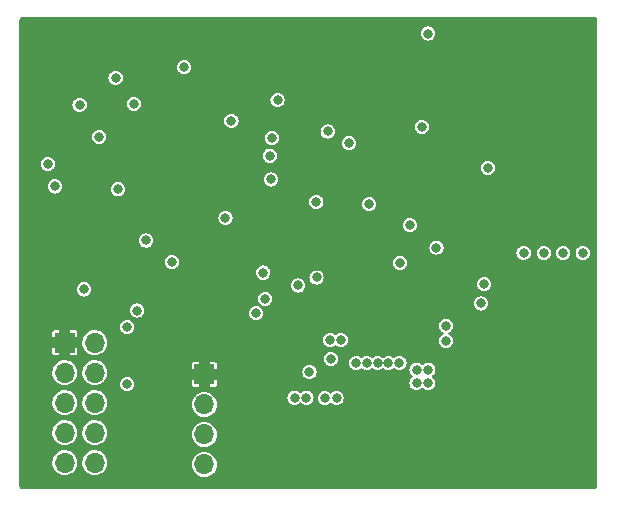
<source format=gbr>
%TF.GenerationSoftware,KiCad,Pcbnew,(6.0.8)*%
%TF.CreationDate,2022-10-25T21:38:08+02:00*%
%TF.ProjectId,stm_v3,73746d5f-7633-42e6-9b69-6361645f7063,rev?*%
%TF.SameCoordinates,Original*%
%TF.FileFunction,Copper,L3,Inr*%
%TF.FilePolarity,Positive*%
%FSLAX46Y46*%
G04 Gerber Fmt 4.6, Leading zero omitted, Abs format (unit mm)*
G04 Created by KiCad (PCBNEW (6.0.8)) date 2022-10-25 21:38:08*
%MOMM*%
%LPD*%
G01*
G04 APERTURE LIST*
%TA.AperFunction,ComponentPad*%
%ADD10R,1.700000X1.700000*%
%TD*%
%TA.AperFunction,ComponentPad*%
%ADD11O,1.700000X1.700000*%
%TD*%
%TA.AperFunction,ViaPad*%
%ADD12C,0.800000*%
%TD*%
G04 APERTURE END LIST*
D10*
%TO.N,+3.3V*%
%TO.C,J1*%
X151830000Y-96580000D03*
D11*
%TO.N,/Connectors/SDA*%
X151830000Y-99120000D03*
%TO.N,/Connectors/SCL*%
X151830000Y-101660000D03*
%TO.N,GND*%
X151830000Y-104200000D03*
%TD*%
D10*
%TO.N,+3.3V*%
%TO.C,J2*%
X140005000Y-93895000D03*
D11*
%TO.N,/Connectors/SW_DIO*%
X142545000Y-93895000D03*
%TO.N,GND*%
X140005000Y-96435000D03*
%TO.N,/Connectors/SW_CLK*%
X142545000Y-96435000D03*
%TO.N,GND*%
X140005000Y-98975000D03*
%TO.N,/Connectors/SW_O*%
X142545000Y-98975000D03*
%TO.N,unconnected-(J2-Pad7)*%
X140005000Y-101515000D03*
%TO.N,unconnected-(J2-Pad8)*%
X142545000Y-101515000D03*
%TO.N,GND*%
X140005000Y-104055000D03*
%TO.N,/Connectors/N_RST*%
X142545000Y-104055000D03*
%TD*%
D12*
%TO.N,SWO*%
X154117500Y-75110000D03*
%TO.N,SWCLK*%
X158027500Y-73360000D03*
%TO.N,SWDIO*%
X157537500Y-76560000D03*
X146140000Y-91170000D03*
%TO.N,SWCLK*%
X145290000Y-92570000D03*
%TO.N,SWO*%
X145290000Y-97400000D03*
%TO.N,KLine_RX*%
X168390500Y-87140000D03*
%TO.N,BAT_V*%
X159770000Y-89050000D03*
X153617500Y-83330000D03*
%TO.N,GND*%
X156970000Y-90170000D03*
%TO.N,/Power Supply/SW*%
X169790000Y-96180000D03*
%TO.N,KLine_RX*%
X157367500Y-78060000D03*
%TO.N,+3.3V*%
X154660000Y-92740000D03*
X158817500Y-87060000D03*
X151867500Y-87060000D03*
X161367500Y-74040000D03*
X165500000Y-67710000D03*
X157900000Y-102310000D03*
X145417500Y-82810000D03*
X144847500Y-75560000D03*
X157900000Y-103210000D03*
X157920000Y-101330000D03*
X157920000Y-100430000D03*
X164980000Y-78810000D03*
X146967500Y-70260000D03*
X148467500Y-70460000D03*
X150030000Y-91690000D03*
%TO.N,GND*%
X175520000Y-88950000D03*
X164080000Y-77000000D03*
X175820000Y-79090000D03*
X156220000Y-91400000D03*
X145847500Y-73660000D03*
X161310000Y-81957500D03*
X139157500Y-80660000D03*
X162020000Y-98600000D03*
X164690000Y-95610000D03*
X162530000Y-95260000D03*
X168340000Y-95610000D03*
X146887500Y-85240000D03*
X141267500Y-73760000D03*
X149067500Y-87060000D03*
X162267500Y-76010000D03*
X182210000Y-86300000D03*
X156817500Y-87960000D03*
X141640000Y-89380000D03*
X167390000Y-95610000D03*
X163020000Y-98600000D03*
X159470000Y-98550000D03*
X142917500Y-76460000D03*
X166490000Y-95610000D03*
X178860000Y-86300000D03*
X183860000Y-86300000D03*
X144317500Y-71460000D03*
X170770000Y-67720000D03*
X144517500Y-80910000D03*
X160470000Y-98550000D03*
X180560000Y-86300000D03*
X169220000Y-83950000D03*
X138567500Y-78760000D03*
X150117500Y-70560000D03*
X165780000Y-82167499D03*
X165590000Y-95610000D03*
X171480000Y-85840000D03*
%TO.N,+12V*%
X172290000Y-93730000D03*
X172290000Y-92460000D03*
%TO.N,CAN_L*%
X175260000Y-90570000D03*
%TO.N,ISO_L*%
X161330000Y-88370000D03*
%TO.N,CAN_S*%
X170240000Y-75610000D03*
X157477500Y-80070000D03*
%TO.N,/Power Supply/SW*%
X162480000Y-93660000D03*
X169790000Y-97320000D03*
X160730000Y-96390000D03*
X163380000Y-93660000D03*
X170790000Y-97320000D03*
X170790000Y-96180000D03*
%TD*%
%TA.AperFunction,Conductor*%
%TO.N,+3.3V*%
G36*
X184859561Y-66301902D02*
G01*
X184926356Y-66315188D01*
X184962044Y-66329970D01*
X185010403Y-66362282D01*
X185037718Y-66389597D01*
X185070030Y-66437956D01*
X185084812Y-66473644D01*
X185098098Y-66540439D01*
X185100000Y-66559752D01*
X185100000Y-106040248D01*
X185098098Y-106059561D01*
X185084812Y-106126356D01*
X185070030Y-106162044D01*
X185037718Y-106210403D01*
X185010403Y-106237718D01*
X184962044Y-106270030D01*
X184926356Y-106284812D01*
X184859561Y-106298098D01*
X184840248Y-106300000D01*
X136429752Y-106300000D01*
X136410439Y-106298098D01*
X136343644Y-106284812D01*
X136307956Y-106270030D01*
X136259597Y-106237718D01*
X136232282Y-106210403D01*
X136199970Y-106162044D01*
X136185188Y-106126356D01*
X136171902Y-106059561D01*
X136170000Y-106040248D01*
X136170000Y-104040262D01*
X138949520Y-104040262D01*
X138949925Y-104045082D01*
X138965409Y-104229474D01*
X138966759Y-104245553D01*
X138968092Y-104250201D01*
X138968092Y-104250202D01*
X139019379Y-104429060D01*
X139023544Y-104443586D01*
X139117712Y-104626818D01*
X139245677Y-104788270D01*
X139249357Y-104791402D01*
X139249359Y-104791404D01*
X139362017Y-104887283D01*
X139402564Y-104921791D01*
X139406787Y-104924151D01*
X139406791Y-104924154D01*
X139484182Y-104967406D01*
X139582398Y-105022297D01*
X139586996Y-105023791D01*
X139773724Y-105084463D01*
X139773726Y-105084464D01*
X139778329Y-105085959D01*
X139982894Y-105110351D01*
X139987716Y-105109980D01*
X139987719Y-105109980D01*
X140055541Y-105104761D01*
X140188300Y-105094546D01*
X140386725Y-105039145D01*
X140391038Y-105036966D01*
X140391044Y-105036964D01*
X140566289Y-104948441D01*
X140566291Y-104948440D01*
X140570610Y-104946258D01*
X140605943Y-104918653D01*
X140729135Y-104822406D01*
X140729139Y-104822402D01*
X140732951Y-104819424D01*
X140739241Y-104812138D01*
X140792313Y-104750651D01*
X140867564Y-104663472D01*
X140886231Y-104630613D01*
X140966934Y-104488550D01*
X140966935Y-104488547D01*
X140969323Y-104484344D01*
X140982882Y-104443586D01*
X141032824Y-104293454D01*
X141032824Y-104293452D01*
X141034351Y-104288863D01*
X141041854Y-104229474D01*
X141059823Y-104087228D01*
X141060171Y-104084474D01*
X141060583Y-104055000D01*
X141059138Y-104040262D01*
X141489520Y-104040262D01*
X141489925Y-104045082D01*
X141505409Y-104229474D01*
X141506759Y-104245553D01*
X141508092Y-104250201D01*
X141508092Y-104250202D01*
X141559379Y-104429060D01*
X141563544Y-104443586D01*
X141657712Y-104626818D01*
X141785677Y-104788270D01*
X141789357Y-104791402D01*
X141789359Y-104791404D01*
X141902017Y-104887283D01*
X141942564Y-104921791D01*
X141946787Y-104924151D01*
X141946791Y-104924154D01*
X142024182Y-104967406D01*
X142122398Y-105022297D01*
X142126996Y-105023791D01*
X142313724Y-105084463D01*
X142313726Y-105084464D01*
X142318329Y-105085959D01*
X142522894Y-105110351D01*
X142527716Y-105109980D01*
X142527719Y-105109980D01*
X142595541Y-105104761D01*
X142728300Y-105094546D01*
X142926725Y-105039145D01*
X142931038Y-105036966D01*
X142931044Y-105036964D01*
X143106289Y-104948441D01*
X143106291Y-104948440D01*
X143110610Y-104946258D01*
X143145943Y-104918653D01*
X143269135Y-104822406D01*
X143269139Y-104822402D01*
X143272951Y-104819424D01*
X143279241Y-104812138D01*
X143332313Y-104750651D01*
X143407564Y-104663472D01*
X143426231Y-104630613D01*
X143506934Y-104488550D01*
X143506935Y-104488547D01*
X143509323Y-104484344D01*
X143522882Y-104443586D01*
X143572824Y-104293454D01*
X143572824Y-104293452D01*
X143574351Y-104288863D01*
X143581854Y-104229474D01*
X143587439Y-104185262D01*
X150774520Y-104185262D01*
X150791759Y-104390553D01*
X150848544Y-104588586D01*
X150942712Y-104771818D01*
X151070677Y-104933270D01*
X151074357Y-104936402D01*
X151074359Y-104936404D01*
X151172509Y-105019936D01*
X151227564Y-105066791D01*
X151231787Y-105069151D01*
X151231791Y-105069154D01*
X151277889Y-105094917D01*
X151407398Y-105167297D01*
X151411996Y-105168791D01*
X151598724Y-105229463D01*
X151598726Y-105229464D01*
X151603329Y-105230959D01*
X151807894Y-105255351D01*
X151812716Y-105254980D01*
X151812719Y-105254980D01*
X151880541Y-105249761D01*
X152013300Y-105239546D01*
X152211725Y-105184145D01*
X152216038Y-105181966D01*
X152216044Y-105181964D01*
X152391289Y-105093441D01*
X152391291Y-105093440D01*
X152395610Y-105091258D01*
X152401659Y-105086532D01*
X152554135Y-104967406D01*
X152554139Y-104967402D01*
X152557951Y-104964424D01*
X152573632Y-104946258D01*
X152617313Y-104895651D01*
X152692564Y-104808472D01*
X152702260Y-104791404D01*
X152791934Y-104633550D01*
X152791935Y-104633547D01*
X152794323Y-104629344D01*
X152807882Y-104588586D01*
X152857824Y-104438454D01*
X152857824Y-104438452D01*
X152859351Y-104433863D01*
X152885171Y-104229474D01*
X152885583Y-104200000D01*
X152871096Y-104052244D01*
X152865952Y-103999780D01*
X152865951Y-103999776D01*
X152865480Y-103994970D01*
X152805935Y-103797749D01*
X152709218Y-103615849D01*
X152579011Y-103456200D01*
X152420275Y-103324882D01*
X152239055Y-103226897D01*
X152175855Y-103207333D01*
X152046875Y-103167407D01*
X152046871Y-103167406D01*
X152042254Y-103165977D01*
X152037446Y-103165472D01*
X152037443Y-103165471D01*
X151842185Y-103144949D01*
X151842183Y-103144949D01*
X151837369Y-103144443D01*
X151777354Y-103149905D01*
X151637022Y-103162675D01*
X151637017Y-103162676D01*
X151632203Y-103163114D01*
X151434572Y-103221280D01*
X151430288Y-103223519D01*
X151430287Y-103223520D01*
X151419428Y-103229197D01*
X151252002Y-103316726D01*
X151248231Y-103319758D01*
X151095220Y-103442781D01*
X151095217Y-103442783D01*
X151091447Y-103445815D01*
X151088333Y-103449526D01*
X151088332Y-103449527D01*
X151077129Y-103462879D01*
X150959024Y-103603630D01*
X150956689Y-103607878D01*
X150956688Y-103607879D01*
X150949955Y-103620126D01*
X150859776Y-103784162D01*
X150858313Y-103788775D01*
X150858311Y-103788779D01*
X150804413Y-103958689D01*
X150797484Y-103980532D01*
X150796944Y-103985344D01*
X150796944Y-103985345D01*
X150790244Y-104045082D01*
X150774520Y-104185262D01*
X143587439Y-104185262D01*
X143599823Y-104087228D01*
X143600171Y-104084474D01*
X143600583Y-104055000D01*
X143594697Y-103994970D01*
X143580952Y-103854780D01*
X143580951Y-103854776D01*
X143580480Y-103849970D01*
X143564714Y-103797749D01*
X143522333Y-103657380D01*
X143520935Y-103652749D01*
X143424218Y-103470849D01*
X143294011Y-103311200D01*
X143194887Y-103229197D01*
X143139002Y-103182965D01*
X143139000Y-103182964D01*
X143135275Y-103179882D01*
X142954055Y-103081897D01*
X142890855Y-103062333D01*
X142761875Y-103022407D01*
X142761871Y-103022406D01*
X142757254Y-103020977D01*
X142752446Y-103020472D01*
X142752443Y-103020471D01*
X142557185Y-102999949D01*
X142557183Y-102999949D01*
X142552369Y-102999443D01*
X142492354Y-103004905D01*
X142352022Y-103017675D01*
X142352017Y-103017676D01*
X142347203Y-103018114D01*
X142149572Y-103076280D01*
X142145288Y-103078519D01*
X142145287Y-103078520D01*
X142134428Y-103084197D01*
X141967002Y-103171726D01*
X141963231Y-103174758D01*
X141810220Y-103297781D01*
X141810217Y-103297783D01*
X141806447Y-103300815D01*
X141803333Y-103304526D01*
X141803332Y-103304527D01*
X141678652Y-103453115D01*
X141674024Y-103458630D01*
X141671689Y-103462878D01*
X141671688Y-103462879D01*
X141664955Y-103475126D01*
X141574776Y-103639162D01*
X141512484Y-103835532D01*
X141511944Y-103840344D01*
X141511944Y-103840345D01*
X141494061Y-103999780D01*
X141489520Y-104040262D01*
X141059138Y-104040262D01*
X141054697Y-103994970D01*
X141040952Y-103854780D01*
X141040951Y-103854776D01*
X141040480Y-103849970D01*
X141024714Y-103797749D01*
X140982333Y-103657380D01*
X140980935Y-103652749D01*
X140884218Y-103470849D01*
X140754011Y-103311200D01*
X140654887Y-103229197D01*
X140599002Y-103182965D01*
X140599000Y-103182964D01*
X140595275Y-103179882D01*
X140414055Y-103081897D01*
X140350855Y-103062333D01*
X140221875Y-103022407D01*
X140221871Y-103022406D01*
X140217254Y-103020977D01*
X140212446Y-103020472D01*
X140212443Y-103020471D01*
X140017185Y-102999949D01*
X140017183Y-102999949D01*
X140012369Y-102999443D01*
X139952354Y-103004905D01*
X139812022Y-103017675D01*
X139812017Y-103017676D01*
X139807203Y-103018114D01*
X139609572Y-103076280D01*
X139605288Y-103078519D01*
X139605287Y-103078520D01*
X139594428Y-103084197D01*
X139427002Y-103171726D01*
X139423231Y-103174758D01*
X139270220Y-103297781D01*
X139270217Y-103297783D01*
X139266447Y-103300815D01*
X139263333Y-103304526D01*
X139263332Y-103304527D01*
X139138652Y-103453115D01*
X139134024Y-103458630D01*
X139131689Y-103462878D01*
X139131688Y-103462879D01*
X139124955Y-103475126D01*
X139034776Y-103639162D01*
X138972484Y-103835532D01*
X138971944Y-103840344D01*
X138971944Y-103840345D01*
X138954061Y-103999780D01*
X138949520Y-104040262D01*
X136170000Y-104040262D01*
X136170000Y-101500262D01*
X138949520Y-101500262D01*
X138949925Y-101505082D01*
X138965409Y-101689474D01*
X138966759Y-101705553D01*
X138968092Y-101710201D01*
X138968092Y-101710202D01*
X139019379Y-101889060D01*
X139023544Y-101903586D01*
X139117712Y-102086818D01*
X139245677Y-102248270D01*
X139249357Y-102251402D01*
X139249359Y-102251404D01*
X139362017Y-102347283D01*
X139402564Y-102381791D01*
X139406787Y-102384151D01*
X139406791Y-102384154D01*
X139484182Y-102427406D01*
X139582398Y-102482297D01*
X139586996Y-102483791D01*
X139773724Y-102544463D01*
X139773726Y-102544464D01*
X139778329Y-102545959D01*
X139982894Y-102570351D01*
X139987716Y-102569980D01*
X139987719Y-102569980D01*
X140055541Y-102564761D01*
X140188300Y-102554546D01*
X140386725Y-102499145D01*
X140391038Y-102496966D01*
X140391044Y-102496964D01*
X140566289Y-102408441D01*
X140566291Y-102408440D01*
X140570610Y-102406258D01*
X140605943Y-102378653D01*
X140729135Y-102282406D01*
X140729139Y-102282402D01*
X140732951Y-102279424D01*
X140739241Y-102272138D01*
X140792313Y-102210651D01*
X140867564Y-102123472D01*
X140886231Y-102090613D01*
X140966934Y-101948550D01*
X140966935Y-101948547D01*
X140969323Y-101944344D01*
X140982882Y-101903586D01*
X141032824Y-101753454D01*
X141032824Y-101753452D01*
X141034351Y-101748863D01*
X141041854Y-101689474D01*
X141059823Y-101547228D01*
X141060171Y-101544474D01*
X141060583Y-101515000D01*
X141059138Y-101500262D01*
X141489520Y-101500262D01*
X141489925Y-101505082D01*
X141505409Y-101689474D01*
X141506759Y-101705553D01*
X141508092Y-101710201D01*
X141508092Y-101710202D01*
X141559379Y-101889060D01*
X141563544Y-101903586D01*
X141657712Y-102086818D01*
X141785677Y-102248270D01*
X141789357Y-102251402D01*
X141789359Y-102251404D01*
X141902017Y-102347283D01*
X141942564Y-102381791D01*
X141946787Y-102384151D01*
X141946791Y-102384154D01*
X142024182Y-102427406D01*
X142122398Y-102482297D01*
X142126996Y-102483791D01*
X142313724Y-102544463D01*
X142313726Y-102544464D01*
X142318329Y-102545959D01*
X142522894Y-102570351D01*
X142527716Y-102569980D01*
X142527719Y-102569980D01*
X142595541Y-102564761D01*
X142728300Y-102554546D01*
X142926725Y-102499145D01*
X142931038Y-102496966D01*
X142931044Y-102496964D01*
X143106289Y-102408441D01*
X143106291Y-102408440D01*
X143110610Y-102406258D01*
X143145943Y-102378653D01*
X143269135Y-102282406D01*
X143269139Y-102282402D01*
X143272951Y-102279424D01*
X143279241Y-102272138D01*
X143332313Y-102210651D01*
X143407564Y-102123472D01*
X143426231Y-102090613D01*
X143506934Y-101948550D01*
X143506935Y-101948547D01*
X143509323Y-101944344D01*
X143522882Y-101903586D01*
X143572824Y-101753454D01*
X143572824Y-101753452D01*
X143574351Y-101748863D01*
X143581854Y-101689474D01*
X143587439Y-101645262D01*
X150774520Y-101645262D01*
X150791759Y-101850553D01*
X150848544Y-102048586D01*
X150942712Y-102231818D01*
X151070677Y-102393270D01*
X151074357Y-102396402D01*
X151074359Y-102396404D01*
X151172509Y-102479936D01*
X151227564Y-102526791D01*
X151231787Y-102529151D01*
X151231791Y-102529154D01*
X151277889Y-102554917D01*
X151407398Y-102627297D01*
X151411996Y-102628791D01*
X151598724Y-102689463D01*
X151598726Y-102689464D01*
X151603329Y-102690959D01*
X151807894Y-102715351D01*
X151812716Y-102714980D01*
X151812719Y-102714980D01*
X151880541Y-102709761D01*
X152013300Y-102699546D01*
X152211725Y-102644145D01*
X152216038Y-102641966D01*
X152216044Y-102641964D01*
X152391289Y-102553441D01*
X152391291Y-102553440D01*
X152395610Y-102551258D01*
X152401659Y-102546532D01*
X152554135Y-102427406D01*
X152554139Y-102427402D01*
X152557951Y-102424424D01*
X152573632Y-102406258D01*
X152617313Y-102355651D01*
X152692564Y-102268472D01*
X152702260Y-102251404D01*
X152791934Y-102093550D01*
X152791935Y-102093547D01*
X152794323Y-102089344D01*
X152807882Y-102048586D01*
X152857824Y-101898454D01*
X152857824Y-101898452D01*
X152859351Y-101893863D01*
X152885171Y-101689474D01*
X152885583Y-101660000D01*
X152871096Y-101512244D01*
X152865952Y-101459780D01*
X152865951Y-101459776D01*
X152865480Y-101454970D01*
X152805935Y-101257749D01*
X152709218Y-101075849D01*
X152579011Y-100916200D01*
X152420275Y-100784882D01*
X152239055Y-100686897D01*
X152175855Y-100667333D01*
X152046875Y-100627407D01*
X152046871Y-100627406D01*
X152042254Y-100625977D01*
X152037446Y-100625472D01*
X152037443Y-100625471D01*
X151842185Y-100604949D01*
X151842183Y-100604949D01*
X151837369Y-100604443D01*
X151777354Y-100609905D01*
X151637022Y-100622675D01*
X151637017Y-100622676D01*
X151632203Y-100623114D01*
X151434572Y-100681280D01*
X151430288Y-100683519D01*
X151430287Y-100683520D01*
X151419428Y-100689197D01*
X151252002Y-100776726D01*
X151248231Y-100779758D01*
X151095220Y-100902781D01*
X151095217Y-100902783D01*
X151091447Y-100905815D01*
X151088333Y-100909526D01*
X151088332Y-100909527D01*
X151077129Y-100922879D01*
X150959024Y-101063630D01*
X150956689Y-101067878D01*
X150956688Y-101067879D01*
X150949955Y-101080126D01*
X150859776Y-101244162D01*
X150858313Y-101248775D01*
X150858311Y-101248779D01*
X150804413Y-101418689D01*
X150797484Y-101440532D01*
X150796944Y-101445344D01*
X150796944Y-101445345D01*
X150790244Y-101505082D01*
X150774520Y-101645262D01*
X143587439Y-101645262D01*
X143599823Y-101547228D01*
X143600171Y-101544474D01*
X143600583Y-101515000D01*
X143594697Y-101454970D01*
X143580952Y-101314780D01*
X143580951Y-101314776D01*
X143580480Y-101309970D01*
X143564714Y-101257749D01*
X143522333Y-101117380D01*
X143520935Y-101112749D01*
X143424218Y-100930849D01*
X143294011Y-100771200D01*
X143194887Y-100689197D01*
X143139002Y-100642965D01*
X143139000Y-100642964D01*
X143135275Y-100639882D01*
X142954055Y-100541897D01*
X142890855Y-100522333D01*
X142761875Y-100482407D01*
X142761871Y-100482406D01*
X142757254Y-100480977D01*
X142752446Y-100480472D01*
X142752443Y-100480471D01*
X142557185Y-100459949D01*
X142557183Y-100459949D01*
X142552369Y-100459443D01*
X142492354Y-100464905D01*
X142352022Y-100477675D01*
X142352017Y-100477676D01*
X142347203Y-100478114D01*
X142149572Y-100536280D01*
X142145288Y-100538519D01*
X142145287Y-100538520D01*
X142134428Y-100544197D01*
X141967002Y-100631726D01*
X141963231Y-100634758D01*
X141810220Y-100757781D01*
X141810217Y-100757783D01*
X141806447Y-100760815D01*
X141803333Y-100764526D01*
X141803332Y-100764527D01*
X141678652Y-100913115D01*
X141674024Y-100918630D01*
X141671689Y-100922878D01*
X141671688Y-100922879D01*
X141664955Y-100935126D01*
X141574776Y-101099162D01*
X141512484Y-101295532D01*
X141511944Y-101300344D01*
X141511944Y-101300345D01*
X141494061Y-101459780D01*
X141489520Y-101500262D01*
X141059138Y-101500262D01*
X141054697Y-101454970D01*
X141040952Y-101314780D01*
X141040951Y-101314776D01*
X141040480Y-101309970D01*
X141024714Y-101257749D01*
X140982333Y-101117380D01*
X140980935Y-101112749D01*
X140884218Y-100930849D01*
X140754011Y-100771200D01*
X140654887Y-100689197D01*
X140599002Y-100642965D01*
X140599000Y-100642964D01*
X140595275Y-100639882D01*
X140414055Y-100541897D01*
X140350855Y-100522333D01*
X140221875Y-100482407D01*
X140221871Y-100482406D01*
X140217254Y-100480977D01*
X140212446Y-100480472D01*
X140212443Y-100480471D01*
X140017185Y-100459949D01*
X140017183Y-100459949D01*
X140012369Y-100459443D01*
X139952354Y-100464905D01*
X139812022Y-100477675D01*
X139812017Y-100477676D01*
X139807203Y-100478114D01*
X139609572Y-100536280D01*
X139605288Y-100538519D01*
X139605287Y-100538520D01*
X139594428Y-100544197D01*
X139427002Y-100631726D01*
X139423231Y-100634758D01*
X139270220Y-100757781D01*
X139270217Y-100757783D01*
X139266447Y-100760815D01*
X139263333Y-100764526D01*
X139263332Y-100764527D01*
X139138652Y-100913115D01*
X139134024Y-100918630D01*
X139131689Y-100922878D01*
X139131688Y-100922879D01*
X139124955Y-100935126D01*
X139034776Y-101099162D01*
X138972484Y-101295532D01*
X138971944Y-101300344D01*
X138971944Y-101300345D01*
X138954061Y-101459780D01*
X138949520Y-101500262D01*
X136170000Y-101500262D01*
X136170000Y-98960262D01*
X138949520Y-98960262D01*
X138953464Y-99007228D01*
X138965409Y-99149474D01*
X138966759Y-99165553D01*
X138968092Y-99170201D01*
X138968092Y-99170202D01*
X139019379Y-99349060D01*
X139023544Y-99363586D01*
X139117712Y-99546818D01*
X139245677Y-99708270D01*
X139249357Y-99711402D01*
X139249359Y-99711404D01*
X139362017Y-99807283D01*
X139402564Y-99841791D01*
X139406787Y-99844151D01*
X139406791Y-99844154D01*
X139484182Y-99887406D01*
X139582398Y-99942297D01*
X139586996Y-99943791D01*
X139773724Y-100004463D01*
X139773726Y-100004464D01*
X139778329Y-100005959D01*
X139982894Y-100030351D01*
X139987716Y-100029980D01*
X139987719Y-100029980D01*
X140055541Y-100024761D01*
X140188300Y-100014546D01*
X140386725Y-99959145D01*
X140391038Y-99956966D01*
X140391044Y-99956964D01*
X140566289Y-99868441D01*
X140566291Y-99868440D01*
X140570610Y-99866258D01*
X140605943Y-99838653D01*
X140729135Y-99742406D01*
X140729139Y-99742402D01*
X140732951Y-99739424D01*
X140739241Y-99732138D01*
X140792313Y-99670651D01*
X140867564Y-99583472D01*
X140886231Y-99550613D01*
X140966934Y-99408550D01*
X140966935Y-99408547D01*
X140969323Y-99404344D01*
X140982882Y-99363586D01*
X141032824Y-99213454D01*
X141032824Y-99213452D01*
X141034351Y-99208863D01*
X141041854Y-99149474D01*
X141059823Y-99007228D01*
X141060171Y-99004474D01*
X141060583Y-98975000D01*
X141059138Y-98960262D01*
X141489520Y-98960262D01*
X141493464Y-99007228D01*
X141505409Y-99149474D01*
X141506759Y-99165553D01*
X141508092Y-99170201D01*
X141508092Y-99170202D01*
X141559379Y-99349060D01*
X141563544Y-99363586D01*
X141657712Y-99546818D01*
X141785677Y-99708270D01*
X141789357Y-99711402D01*
X141789359Y-99711404D01*
X141902017Y-99807283D01*
X141942564Y-99841791D01*
X141946787Y-99844151D01*
X141946791Y-99844154D01*
X142024182Y-99887406D01*
X142122398Y-99942297D01*
X142126996Y-99943791D01*
X142313724Y-100004463D01*
X142313726Y-100004464D01*
X142318329Y-100005959D01*
X142522894Y-100030351D01*
X142527716Y-100029980D01*
X142527719Y-100029980D01*
X142595541Y-100024761D01*
X142728300Y-100014546D01*
X142926725Y-99959145D01*
X142931038Y-99956966D01*
X142931044Y-99956964D01*
X143106289Y-99868441D01*
X143106291Y-99868440D01*
X143110610Y-99866258D01*
X143145943Y-99838653D01*
X143269135Y-99742406D01*
X143269139Y-99742402D01*
X143272951Y-99739424D01*
X143279241Y-99732138D01*
X143332313Y-99670651D01*
X143407564Y-99583472D01*
X143426231Y-99550613D01*
X143506934Y-99408550D01*
X143506935Y-99408547D01*
X143509323Y-99404344D01*
X143522882Y-99363586D01*
X143572824Y-99213454D01*
X143572824Y-99213452D01*
X143574351Y-99208863D01*
X143581854Y-99149474D01*
X143587439Y-99105262D01*
X150774520Y-99105262D01*
X150791759Y-99310553D01*
X150848544Y-99508586D01*
X150942712Y-99691818D01*
X151070677Y-99853270D01*
X151074357Y-99856402D01*
X151074359Y-99856404D01*
X151172509Y-99939936D01*
X151227564Y-99986791D01*
X151231787Y-99989151D01*
X151231791Y-99989154D01*
X151277889Y-100014917D01*
X151407398Y-100087297D01*
X151411996Y-100088791D01*
X151598724Y-100149463D01*
X151598726Y-100149464D01*
X151603329Y-100150959D01*
X151807894Y-100175351D01*
X151812716Y-100174980D01*
X151812719Y-100174980D01*
X151880541Y-100169761D01*
X152013300Y-100159546D01*
X152211725Y-100104145D01*
X152216038Y-100101966D01*
X152216044Y-100101964D01*
X152391289Y-100013441D01*
X152391291Y-100013440D01*
X152395610Y-100011258D01*
X152401659Y-100006532D01*
X152554135Y-99887406D01*
X152554139Y-99887402D01*
X152557951Y-99884424D01*
X152573632Y-99866258D01*
X152617313Y-99815651D01*
X152692564Y-99728472D01*
X152702260Y-99711404D01*
X152791934Y-99553550D01*
X152791935Y-99553547D01*
X152794323Y-99549344D01*
X152807882Y-99508586D01*
X152857824Y-99358454D01*
X152857824Y-99358452D01*
X152859351Y-99353863D01*
X152885171Y-99149474D01*
X152885583Y-99120000D01*
X152881369Y-99077019D01*
X152865952Y-98919780D01*
X152865951Y-98919776D01*
X152865480Y-98914970D01*
X152805935Y-98717749D01*
X152716742Y-98550000D01*
X158864318Y-98550000D01*
X158884956Y-98706762D01*
X158945464Y-98852841D01*
X159041718Y-98978282D01*
X159167159Y-99074536D01*
X159313238Y-99135044D01*
X159470000Y-99155682D01*
X159626762Y-99135044D01*
X159772841Y-99074536D01*
X159898282Y-98978282D01*
X159900852Y-98974933D01*
X159954513Y-98947592D01*
X160014945Y-98957163D01*
X160038826Y-98974513D01*
X160041718Y-98978282D01*
X160167159Y-99074536D01*
X160313238Y-99135044D01*
X160470000Y-99155682D01*
X160626762Y-99135044D01*
X160772841Y-99074536D01*
X160898282Y-98978282D01*
X160994536Y-98852841D01*
X161055044Y-98706762D01*
X161069099Y-98600000D01*
X161414318Y-98600000D01*
X161434956Y-98756762D01*
X161495464Y-98902841D01*
X161591718Y-99028282D01*
X161717159Y-99124536D01*
X161863238Y-99185044D01*
X161994431Y-99202316D01*
X162007680Y-99204060D01*
X162020000Y-99205682D01*
X162032321Y-99204060D01*
X162045569Y-99202316D01*
X162176762Y-99185044D01*
X162322841Y-99124536D01*
X162448282Y-99028282D01*
X162450852Y-99024933D01*
X162504513Y-98997592D01*
X162564945Y-99007163D01*
X162588826Y-99024513D01*
X162591718Y-99028282D01*
X162717159Y-99124536D01*
X162863238Y-99185044D01*
X162994431Y-99202316D01*
X163007680Y-99204060D01*
X163020000Y-99205682D01*
X163032321Y-99204060D01*
X163045569Y-99202316D01*
X163176762Y-99185044D01*
X163322841Y-99124536D01*
X163448282Y-99028282D01*
X163544536Y-98902841D01*
X163605044Y-98756762D01*
X163625682Y-98600000D01*
X163605044Y-98443238D01*
X163544536Y-98297159D01*
X163448282Y-98171718D01*
X163322841Y-98075464D01*
X163176762Y-98014956D01*
X163020000Y-97994318D01*
X162863238Y-98014956D01*
X162717159Y-98075464D01*
X162591718Y-98171718D01*
X162589148Y-98175067D01*
X162535487Y-98202408D01*
X162475055Y-98192837D01*
X162451174Y-98175487D01*
X162448282Y-98171718D01*
X162322841Y-98075464D01*
X162176762Y-98014956D01*
X162020000Y-97994318D01*
X161863238Y-98014956D01*
X161717159Y-98075464D01*
X161591718Y-98171718D01*
X161495464Y-98297159D01*
X161434956Y-98443238D01*
X161414318Y-98600000D01*
X161069099Y-98600000D01*
X161075682Y-98550000D01*
X161055044Y-98393238D01*
X161052500Y-98387095D01*
X160997019Y-98253154D01*
X160994536Y-98247159D01*
X160898282Y-98121718D01*
X160772841Y-98025464D01*
X160626762Y-97964956D01*
X160470000Y-97944318D01*
X160313238Y-97964956D01*
X160167159Y-98025464D01*
X160041718Y-98121718D01*
X160039148Y-98125067D01*
X159985487Y-98152408D01*
X159925055Y-98142837D01*
X159901174Y-98125487D01*
X159898282Y-98121718D01*
X159772841Y-98025464D01*
X159626762Y-97964956D01*
X159470000Y-97944318D01*
X159313238Y-97964956D01*
X159167159Y-98025464D01*
X159041718Y-98121718D01*
X158945464Y-98247159D01*
X158942981Y-98253154D01*
X158887501Y-98387095D01*
X158884956Y-98393238D01*
X158864318Y-98550000D01*
X152716742Y-98550000D01*
X152709218Y-98535849D01*
X152579011Y-98376200D01*
X152420275Y-98244882D01*
X152277648Y-98167764D01*
X152243309Y-98149197D01*
X152243308Y-98149197D01*
X152239055Y-98146897D01*
X152157715Y-98121718D01*
X152046875Y-98087407D01*
X152046871Y-98087406D01*
X152042254Y-98085977D01*
X152037446Y-98085472D01*
X152037443Y-98085471D01*
X151842185Y-98064949D01*
X151842183Y-98064949D01*
X151837369Y-98064443D01*
X151777354Y-98069905D01*
X151637022Y-98082675D01*
X151637017Y-98082676D01*
X151632203Y-98083114D01*
X151434572Y-98141280D01*
X151430288Y-98143519D01*
X151430287Y-98143520D01*
X151419428Y-98149197D01*
X151252002Y-98236726D01*
X151248231Y-98239758D01*
X151095220Y-98362781D01*
X151095217Y-98362783D01*
X151091447Y-98365815D01*
X151088333Y-98369526D01*
X151088332Y-98369527D01*
X151021081Y-98449674D01*
X150959024Y-98523630D01*
X150956689Y-98527878D01*
X150956688Y-98527879D01*
X150949955Y-98540126D01*
X150859776Y-98704162D01*
X150858313Y-98708775D01*
X150858311Y-98708779D01*
X150814514Y-98846846D01*
X150797484Y-98900532D01*
X150796944Y-98905344D01*
X150796944Y-98905345D01*
X150778410Y-99070585D01*
X150774520Y-99105262D01*
X143587439Y-99105262D01*
X143599823Y-99007228D01*
X143600171Y-99004474D01*
X143600583Y-98975000D01*
X143594697Y-98914970D01*
X143580952Y-98774780D01*
X143580951Y-98774776D01*
X143580480Y-98769970D01*
X143576493Y-98756762D01*
X143531105Y-98606434D01*
X143520935Y-98572749D01*
X143424218Y-98390849D01*
X143294011Y-98231200D01*
X143274650Y-98215183D01*
X143139002Y-98102965D01*
X143139000Y-98102964D01*
X143135275Y-98099882D01*
X142954055Y-98001897D01*
X142890855Y-97982333D01*
X142761875Y-97942407D01*
X142761871Y-97942406D01*
X142757254Y-97940977D01*
X142752446Y-97940472D01*
X142752443Y-97940471D01*
X142557185Y-97919949D01*
X142557183Y-97919949D01*
X142552369Y-97919443D01*
X142496405Y-97924536D01*
X142352022Y-97937675D01*
X142352017Y-97937676D01*
X142347203Y-97938114D01*
X142149572Y-97996280D01*
X142145288Y-97998519D01*
X142145287Y-97998520D01*
X142086191Y-98029415D01*
X141967002Y-98091726D01*
X141963231Y-98094758D01*
X141810220Y-98217781D01*
X141810217Y-98217783D01*
X141806447Y-98220815D01*
X141803333Y-98224526D01*
X141803332Y-98224527D01*
X141678652Y-98373115D01*
X141674024Y-98378630D01*
X141671689Y-98382878D01*
X141671688Y-98382879D01*
X141665993Y-98393238D01*
X141574776Y-98559162D01*
X141512484Y-98755532D01*
X141511944Y-98760344D01*
X141511944Y-98760345D01*
X141494061Y-98919780D01*
X141489520Y-98960262D01*
X141059138Y-98960262D01*
X141054697Y-98914970D01*
X141040952Y-98774780D01*
X141040951Y-98774776D01*
X141040480Y-98769970D01*
X141036493Y-98756762D01*
X140991105Y-98606434D01*
X140980935Y-98572749D01*
X140884218Y-98390849D01*
X140754011Y-98231200D01*
X140734650Y-98215183D01*
X140599002Y-98102965D01*
X140599000Y-98102964D01*
X140595275Y-98099882D01*
X140414055Y-98001897D01*
X140350855Y-97982333D01*
X140221875Y-97942407D01*
X140221871Y-97942406D01*
X140217254Y-97940977D01*
X140212446Y-97940472D01*
X140212443Y-97940471D01*
X140017185Y-97919949D01*
X140017183Y-97919949D01*
X140012369Y-97919443D01*
X139956405Y-97924536D01*
X139812022Y-97937675D01*
X139812017Y-97937676D01*
X139807203Y-97938114D01*
X139609572Y-97996280D01*
X139605288Y-97998519D01*
X139605287Y-97998520D01*
X139546191Y-98029415D01*
X139427002Y-98091726D01*
X139423231Y-98094758D01*
X139270220Y-98217781D01*
X139270217Y-98217783D01*
X139266447Y-98220815D01*
X139263333Y-98224526D01*
X139263332Y-98224527D01*
X139138652Y-98373115D01*
X139134024Y-98378630D01*
X139131689Y-98382878D01*
X139131688Y-98382879D01*
X139125993Y-98393238D01*
X139034776Y-98559162D01*
X138972484Y-98755532D01*
X138971944Y-98760344D01*
X138971944Y-98760345D01*
X138954061Y-98919780D01*
X138949520Y-98960262D01*
X136170000Y-98960262D01*
X136170000Y-96420262D01*
X138949520Y-96420262D01*
X138949925Y-96425082D01*
X138965641Y-96612236D01*
X138966759Y-96625553D01*
X138968092Y-96630201D01*
X138968092Y-96630202D01*
X139021782Y-96817440D01*
X139023544Y-96823586D01*
X139117712Y-97006818D01*
X139245677Y-97168270D01*
X139249357Y-97171402D01*
X139249359Y-97171404D01*
X139326718Y-97237241D01*
X139402564Y-97301791D01*
X139406787Y-97304151D01*
X139406791Y-97304154D01*
X139446342Y-97326258D01*
X139582398Y-97402297D01*
X139586996Y-97403791D01*
X139773724Y-97464463D01*
X139773726Y-97464464D01*
X139778329Y-97465959D01*
X139982894Y-97490351D01*
X139987716Y-97489980D01*
X139987719Y-97489980D01*
X140055541Y-97484761D01*
X140188300Y-97474546D01*
X140386725Y-97419145D01*
X140391038Y-97416966D01*
X140391044Y-97416964D01*
X140566289Y-97328441D01*
X140566291Y-97328440D01*
X140570610Y-97326258D01*
X140668634Y-97249674D01*
X140729135Y-97202406D01*
X140729139Y-97202402D01*
X140732951Y-97199424D01*
X140758631Y-97169674D01*
X140825667Y-97092010D01*
X140867564Y-97043472D01*
X140869957Y-97039260D01*
X140966934Y-96868550D01*
X140966935Y-96868547D01*
X140969323Y-96864344D01*
X140982882Y-96823586D01*
X141032824Y-96673454D01*
X141032824Y-96673452D01*
X141034351Y-96668863D01*
X141060171Y-96464474D01*
X141060583Y-96435000D01*
X141059138Y-96420262D01*
X141489520Y-96420262D01*
X141489925Y-96425082D01*
X141505641Y-96612236D01*
X141506759Y-96625553D01*
X141508092Y-96630201D01*
X141508092Y-96630202D01*
X141561782Y-96817440D01*
X141563544Y-96823586D01*
X141657712Y-97006818D01*
X141785677Y-97168270D01*
X141789357Y-97171402D01*
X141789359Y-97171404D01*
X141866718Y-97237241D01*
X141942564Y-97301791D01*
X141946787Y-97304151D01*
X141946791Y-97304154D01*
X141986342Y-97326258D01*
X142122398Y-97402297D01*
X142126996Y-97403791D01*
X142313724Y-97464463D01*
X142313726Y-97464464D01*
X142318329Y-97465959D01*
X142522894Y-97490351D01*
X142527716Y-97489980D01*
X142527719Y-97489980D01*
X142595541Y-97484761D01*
X142728300Y-97474546D01*
X142926725Y-97419145D01*
X142931038Y-97416966D01*
X142931044Y-97416964D01*
X142964627Y-97400000D01*
X144684318Y-97400000D01*
X144704956Y-97556762D01*
X144765464Y-97702841D01*
X144861718Y-97828282D01*
X144987159Y-97924536D01*
X145133238Y-97985044D01*
X145290000Y-98005682D01*
X145446762Y-97985044D01*
X145592841Y-97924536D01*
X145718282Y-97828282D01*
X145814536Y-97702841D01*
X145875044Y-97556762D01*
X145889779Y-97444840D01*
X150780000Y-97444840D01*
X150780948Y-97454462D01*
X150789702Y-97498474D01*
X150797021Y-97516142D01*
X150830389Y-97566082D01*
X150843918Y-97579611D01*
X150893858Y-97612979D01*
X150911526Y-97620298D01*
X150955538Y-97629052D01*
X150965160Y-97630000D01*
X151364320Y-97630000D01*
X151377005Y-97625878D01*
X151380000Y-97621757D01*
X151380000Y-97614320D01*
X152280000Y-97614320D01*
X152284122Y-97627005D01*
X152288243Y-97630000D01*
X152694840Y-97630000D01*
X152704462Y-97629052D01*
X152748474Y-97620298D01*
X152766142Y-97612979D01*
X152816082Y-97579611D01*
X152829611Y-97566082D01*
X152862979Y-97516142D01*
X152870298Y-97498474D01*
X152879052Y-97454462D01*
X152880000Y-97444840D01*
X152880000Y-97320000D01*
X169184318Y-97320000D01*
X169204956Y-97476762D01*
X169265464Y-97622841D01*
X169361718Y-97748282D01*
X169487159Y-97844536D01*
X169633238Y-97905044D01*
X169790000Y-97925682D01*
X169946762Y-97905044D01*
X170092841Y-97844536D01*
X170218282Y-97748282D01*
X170220852Y-97744933D01*
X170274513Y-97717592D01*
X170334945Y-97727163D01*
X170358826Y-97744513D01*
X170361718Y-97748282D01*
X170487159Y-97844536D01*
X170633238Y-97905044D01*
X170790000Y-97925682D01*
X170946762Y-97905044D01*
X171092841Y-97844536D01*
X171218282Y-97748282D01*
X171314536Y-97622841D01*
X171375044Y-97476762D01*
X171395682Y-97320000D01*
X171375044Y-97163238D01*
X171314536Y-97017159D01*
X171218282Y-96891718D01*
X171135949Y-96828542D01*
X171101293Y-96778118D01*
X171102894Y-96716953D01*
X171135949Y-96671458D01*
X171213129Y-96612236D01*
X171218282Y-96608282D01*
X171314536Y-96482841D01*
X171375044Y-96336762D01*
X171395682Y-96180000D01*
X171375044Y-96023238D01*
X171371597Y-96014915D01*
X171351696Y-95966871D01*
X171314536Y-95877159D01*
X171218282Y-95751718D01*
X171092841Y-95655464D01*
X170946762Y-95594956D01*
X170790000Y-95574318D01*
X170633238Y-95594956D01*
X170487159Y-95655464D01*
X170361718Y-95751718D01*
X170359148Y-95755067D01*
X170305487Y-95782408D01*
X170245055Y-95772837D01*
X170221174Y-95755487D01*
X170218282Y-95751718D01*
X170092841Y-95655464D01*
X169946762Y-95594956D01*
X169790000Y-95574318D01*
X169633238Y-95594956D01*
X169487159Y-95655464D01*
X169361718Y-95751718D01*
X169265464Y-95877159D01*
X169228304Y-95966871D01*
X169208404Y-96014915D01*
X169204956Y-96023238D01*
X169184318Y-96180000D01*
X169204956Y-96336762D01*
X169265464Y-96482841D01*
X169361718Y-96608282D01*
X169366871Y-96612236D01*
X169444051Y-96671458D01*
X169478707Y-96721882D01*
X169477106Y-96783047D01*
X169444051Y-96828542D01*
X169361718Y-96891718D01*
X169265464Y-97017159D01*
X169204956Y-97163238D01*
X169184318Y-97320000D01*
X152880000Y-97320000D01*
X152880000Y-97045680D01*
X152875878Y-97032995D01*
X152871757Y-97030000D01*
X152295680Y-97030000D01*
X152282995Y-97034122D01*
X152280000Y-97038243D01*
X152280000Y-97614320D01*
X151380000Y-97614320D01*
X151380000Y-97045680D01*
X151375878Y-97032995D01*
X151371757Y-97030000D01*
X150795680Y-97030000D01*
X150782995Y-97034122D01*
X150780000Y-97038243D01*
X150780000Y-97444840D01*
X145889779Y-97444840D01*
X145895682Y-97400000D01*
X145875044Y-97243238D01*
X145814536Y-97097159D01*
X145718282Y-96971718D01*
X145592841Y-96875464D01*
X145446762Y-96814956D01*
X145290000Y-96794318D01*
X145133238Y-96814956D01*
X144987159Y-96875464D01*
X144861718Y-96971718D01*
X144765464Y-97097159D01*
X144704956Y-97243238D01*
X144684318Y-97400000D01*
X142964627Y-97400000D01*
X143106289Y-97328441D01*
X143106291Y-97328440D01*
X143110610Y-97326258D01*
X143208634Y-97249674D01*
X143269135Y-97202406D01*
X143269139Y-97202402D01*
X143272951Y-97199424D01*
X143298631Y-97169674D01*
X143365667Y-97092010D01*
X143407564Y-97043472D01*
X143409957Y-97039260D01*
X143506934Y-96868550D01*
X143506935Y-96868547D01*
X143509323Y-96864344D01*
X143522882Y-96823586D01*
X143572824Y-96673454D01*
X143572824Y-96673452D01*
X143574351Y-96668863D01*
X143600171Y-96464474D01*
X143600583Y-96435000D01*
X143596171Y-96390000D01*
X160124318Y-96390000D01*
X160144956Y-96546762D01*
X160205464Y-96692841D01*
X160301718Y-96818282D01*
X160427159Y-96914536D01*
X160573238Y-96975044D01*
X160730000Y-96995682D01*
X160886762Y-96975044D01*
X161032841Y-96914536D01*
X161158282Y-96818282D01*
X161254536Y-96692841D01*
X161315044Y-96546762D01*
X161335682Y-96390000D01*
X161315044Y-96233238D01*
X161254536Y-96087159D01*
X161158282Y-95961718D01*
X161032841Y-95865464D01*
X160886762Y-95804956D01*
X160730000Y-95784318D01*
X160573238Y-95804956D01*
X160427159Y-95865464D01*
X160301718Y-95961718D01*
X160205464Y-96087159D01*
X160144956Y-96233238D01*
X160124318Y-96390000D01*
X143596171Y-96390000D01*
X143590320Y-96330326D01*
X143580952Y-96234780D01*
X143580951Y-96234776D01*
X143580480Y-96229970D01*
X143575911Y-96214835D01*
X143545563Y-96114320D01*
X150780000Y-96114320D01*
X150784122Y-96127005D01*
X150788243Y-96130000D01*
X151364320Y-96130000D01*
X151377005Y-96125878D01*
X151380000Y-96121757D01*
X151380000Y-96114320D01*
X152280000Y-96114320D01*
X152284122Y-96127005D01*
X152288243Y-96130000D01*
X152864320Y-96130000D01*
X152877005Y-96125878D01*
X152880000Y-96121757D01*
X152880000Y-95715160D01*
X152879052Y-95705538D01*
X152870298Y-95661526D01*
X152862979Y-95643858D01*
X152829611Y-95593918D01*
X152816082Y-95580389D01*
X152766142Y-95547021D01*
X152748474Y-95539702D01*
X152704462Y-95530948D01*
X152694840Y-95530000D01*
X152295680Y-95530000D01*
X152282995Y-95534122D01*
X152280000Y-95538243D01*
X152280000Y-96114320D01*
X151380000Y-96114320D01*
X151380000Y-95545680D01*
X151375878Y-95532995D01*
X151371757Y-95530000D01*
X150965160Y-95530000D01*
X150955538Y-95530948D01*
X150911526Y-95539702D01*
X150893858Y-95547021D01*
X150843918Y-95580389D01*
X150830389Y-95593918D01*
X150797021Y-95643858D01*
X150789702Y-95661526D01*
X150780948Y-95705538D01*
X150780000Y-95715160D01*
X150780000Y-96114320D01*
X143545563Y-96114320D01*
X143523799Y-96042236D01*
X143520935Y-96032749D01*
X143424218Y-95850849D01*
X143294011Y-95691200D01*
X143247812Y-95652981D01*
X143139002Y-95562965D01*
X143139000Y-95562964D01*
X143135275Y-95559882D01*
X142954055Y-95461897D01*
X142890855Y-95442333D01*
X142761875Y-95402407D01*
X142761871Y-95402406D01*
X142757254Y-95400977D01*
X142752446Y-95400472D01*
X142752443Y-95400471D01*
X142557185Y-95379949D01*
X142557183Y-95379949D01*
X142552369Y-95379443D01*
X142492354Y-95384905D01*
X142352022Y-95397675D01*
X142352017Y-95397676D01*
X142347203Y-95398114D01*
X142149572Y-95456280D01*
X142145288Y-95458519D01*
X142145287Y-95458520D01*
X142134428Y-95464197D01*
X141967002Y-95551726D01*
X141963231Y-95554758D01*
X141810220Y-95677781D01*
X141810217Y-95677783D01*
X141806447Y-95680815D01*
X141803333Y-95684526D01*
X141803332Y-95684527D01*
X141700196Y-95807440D01*
X141674024Y-95838630D01*
X141671689Y-95842878D01*
X141671688Y-95842879D01*
X141664955Y-95855126D01*
X141574776Y-96019162D01*
X141573313Y-96023775D01*
X141573311Y-96023779D01*
X141553206Y-96087159D01*
X141512484Y-96215532D01*
X141511944Y-96220344D01*
X141511944Y-96220345D01*
X141492193Y-96396434D01*
X141489520Y-96420262D01*
X141059138Y-96420262D01*
X141050320Y-96330326D01*
X141040952Y-96234780D01*
X141040951Y-96234776D01*
X141040480Y-96229970D01*
X141035911Y-96214835D01*
X140983799Y-96042236D01*
X140980935Y-96032749D01*
X140884218Y-95850849D01*
X140754011Y-95691200D01*
X140707812Y-95652981D01*
X140599002Y-95562965D01*
X140599000Y-95562964D01*
X140595275Y-95559882D01*
X140414055Y-95461897D01*
X140350855Y-95442333D01*
X140221875Y-95402407D01*
X140221871Y-95402406D01*
X140217254Y-95400977D01*
X140212446Y-95400472D01*
X140212443Y-95400471D01*
X140017185Y-95379949D01*
X140017183Y-95379949D01*
X140012369Y-95379443D01*
X139952354Y-95384905D01*
X139812022Y-95397675D01*
X139812017Y-95397676D01*
X139807203Y-95398114D01*
X139609572Y-95456280D01*
X139605288Y-95458519D01*
X139605287Y-95458520D01*
X139594428Y-95464197D01*
X139427002Y-95551726D01*
X139423231Y-95554758D01*
X139270220Y-95677781D01*
X139270217Y-95677783D01*
X139266447Y-95680815D01*
X139263333Y-95684526D01*
X139263332Y-95684527D01*
X139160196Y-95807440D01*
X139134024Y-95838630D01*
X139131689Y-95842878D01*
X139131688Y-95842879D01*
X139124955Y-95855126D01*
X139034776Y-96019162D01*
X139033313Y-96023775D01*
X139033311Y-96023779D01*
X139013206Y-96087159D01*
X138972484Y-96215532D01*
X138971944Y-96220344D01*
X138971944Y-96220345D01*
X138952193Y-96396434D01*
X138949520Y-96420262D01*
X136170000Y-96420262D01*
X136170000Y-95260000D01*
X161924318Y-95260000D01*
X161944956Y-95416762D01*
X162005464Y-95562841D01*
X162101718Y-95688282D01*
X162227159Y-95784536D01*
X162373238Y-95845044D01*
X162530000Y-95865682D01*
X162686762Y-95845044D01*
X162832841Y-95784536D01*
X162958282Y-95688282D01*
X163018350Y-95610000D01*
X164084318Y-95610000D01*
X164104956Y-95766762D01*
X164165464Y-95912841D01*
X164261718Y-96038282D01*
X164387159Y-96134536D01*
X164533238Y-96195044D01*
X164690000Y-96215682D01*
X164846762Y-96195044D01*
X164992841Y-96134536D01*
X165019187Y-96114320D01*
X165079733Y-96067862D01*
X165137409Y-96047438D01*
X165200267Y-96067862D01*
X165260813Y-96114320D01*
X165287159Y-96134536D01*
X165433238Y-96195044D01*
X165590000Y-96215682D01*
X165746762Y-96195044D01*
X165892841Y-96134536D01*
X165919187Y-96114320D01*
X165979733Y-96067862D01*
X166037409Y-96047438D01*
X166100267Y-96067862D01*
X166160813Y-96114320D01*
X166187159Y-96134536D01*
X166333238Y-96195044D01*
X166490000Y-96215682D01*
X166646762Y-96195044D01*
X166792841Y-96134536D01*
X166819187Y-96114320D01*
X166879733Y-96067862D01*
X166937409Y-96047438D01*
X167000267Y-96067862D01*
X167060813Y-96114320D01*
X167087159Y-96134536D01*
X167233238Y-96195044D01*
X167390000Y-96215682D01*
X167546762Y-96195044D01*
X167692841Y-96134536D01*
X167804734Y-96048678D01*
X167862408Y-96028254D01*
X167925266Y-96048678D01*
X168037159Y-96134536D01*
X168183238Y-96195044D01*
X168340000Y-96215682D01*
X168496762Y-96195044D01*
X168642841Y-96134536D01*
X168768282Y-96038282D01*
X168864536Y-95912841D01*
X168925044Y-95766762D01*
X168945682Y-95610000D01*
X168925044Y-95453238D01*
X168864536Y-95307159D01*
X168768282Y-95181718D01*
X168642841Y-95085464D01*
X168496762Y-95024956D01*
X168340000Y-95004318D01*
X168183238Y-95024956D01*
X168037159Y-95085464D01*
X167925266Y-95171322D01*
X167867592Y-95191746D01*
X167804734Y-95171322D01*
X167692841Y-95085464D01*
X167546762Y-95024956D01*
X167390000Y-95004318D01*
X167233238Y-95024956D01*
X167087159Y-95085464D01*
X167082010Y-95089415D01*
X167000267Y-95152138D01*
X166942591Y-95172562D01*
X166879733Y-95152138D01*
X166797990Y-95089415D01*
X166792841Y-95085464D01*
X166646762Y-95024956D01*
X166490000Y-95004318D01*
X166333238Y-95024956D01*
X166187159Y-95085464D01*
X166182010Y-95089415D01*
X166100267Y-95152138D01*
X166042591Y-95172562D01*
X165979733Y-95152138D01*
X165897990Y-95089415D01*
X165892841Y-95085464D01*
X165746762Y-95024956D01*
X165590000Y-95004318D01*
X165433238Y-95024956D01*
X165287159Y-95085464D01*
X165282010Y-95089415D01*
X165200267Y-95152138D01*
X165142591Y-95172562D01*
X165079733Y-95152138D01*
X164997990Y-95089415D01*
X164992841Y-95085464D01*
X164846762Y-95024956D01*
X164690000Y-95004318D01*
X164533238Y-95024956D01*
X164387159Y-95085464D01*
X164261718Y-95181718D01*
X164165464Y-95307159D01*
X164104956Y-95453238D01*
X164084318Y-95610000D01*
X163018350Y-95610000D01*
X163054536Y-95562841D01*
X163115044Y-95416762D01*
X163135682Y-95260000D01*
X163115044Y-95103238D01*
X163054536Y-94957159D01*
X162958282Y-94831718D01*
X162832841Y-94735464D01*
X162686762Y-94674956D01*
X162530000Y-94654318D01*
X162373238Y-94674956D01*
X162227159Y-94735464D01*
X162101718Y-94831718D01*
X162005464Y-94957159D01*
X161944956Y-95103238D01*
X161924318Y-95260000D01*
X136170000Y-95260000D01*
X136170000Y-94759840D01*
X138955000Y-94759840D01*
X138955948Y-94769462D01*
X138964702Y-94813474D01*
X138972021Y-94831142D01*
X139005389Y-94881082D01*
X139018918Y-94894611D01*
X139068858Y-94927979D01*
X139086526Y-94935298D01*
X139130538Y-94944052D01*
X139140160Y-94945000D01*
X139539320Y-94945000D01*
X139552005Y-94940878D01*
X139555000Y-94936757D01*
X139555000Y-94929320D01*
X140455000Y-94929320D01*
X140459122Y-94942005D01*
X140463243Y-94945000D01*
X140869840Y-94945000D01*
X140879462Y-94944052D01*
X140923474Y-94935298D01*
X140941142Y-94927979D01*
X140991082Y-94894611D01*
X141004611Y-94881082D01*
X141037979Y-94831142D01*
X141045298Y-94813474D01*
X141054052Y-94769462D01*
X141055000Y-94759840D01*
X141055000Y-94360680D01*
X141050878Y-94347995D01*
X141046757Y-94345000D01*
X140470680Y-94345000D01*
X140457995Y-94349122D01*
X140455000Y-94353243D01*
X140455000Y-94929320D01*
X139555000Y-94929320D01*
X139555000Y-94360680D01*
X139550878Y-94347995D01*
X139546757Y-94345000D01*
X138970680Y-94345000D01*
X138957995Y-94349122D01*
X138955000Y-94353243D01*
X138955000Y-94759840D01*
X136170000Y-94759840D01*
X136170000Y-93880262D01*
X141489520Y-93880262D01*
X141490758Y-93895000D01*
X141502333Y-94032841D01*
X141506759Y-94085553D01*
X141563544Y-94283586D01*
X141657712Y-94466818D01*
X141785677Y-94628270D01*
X141789357Y-94631402D01*
X141789359Y-94631404D01*
X141902017Y-94727283D01*
X141942564Y-94761791D01*
X141946787Y-94764151D01*
X141946791Y-94764154D01*
X142060609Y-94827764D01*
X142122398Y-94862297D01*
X142126996Y-94863791D01*
X142313724Y-94924463D01*
X142313726Y-94924464D01*
X142318329Y-94925959D01*
X142522894Y-94950351D01*
X142527716Y-94949980D01*
X142527719Y-94949980D01*
X142604757Y-94944052D01*
X142728300Y-94934546D01*
X142926725Y-94879145D01*
X142931038Y-94876966D01*
X142931044Y-94876964D01*
X143106289Y-94788441D01*
X143106291Y-94788440D01*
X143110610Y-94786258D01*
X143178802Y-94732981D01*
X143269135Y-94662406D01*
X143269139Y-94662402D01*
X143272951Y-94659424D01*
X143276628Y-94655165D01*
X143332313Y-94590651D01*
X143407564Y-94503472D01*
X143426231Y-94470613D01*
X143506934Y-94328550D01*
X143506935Y-94328547D01*
X143509323Y-94324344D01*
X143522882Y-94283586D01*
X143572824Y-94133454D01*
X143572824Y-94133452D01*
X143574351Y-94128863D01*
X143580129Y-94083129D01*
X143595324Y-93962841D01*
X143600171Y-93924474D01*
X143600583Y-93895000D01*
X143580480Y-93689970D01*
X143571432Y-93660000D01*
X161874318Y-93660000D01*
X161894956Y-93816762D01*
X161955464Y-93962841D01*
X162051718Y-94088282D01*
X162177159Y-94184536D01*
X162323238Y-94245044D01*
X162480000Y-94265682D01*
X162636762Y-94245044D01*
X162782841Y-94184536D01*
X162855396Y-94128863D01*
X162869733Y-94117862D01*
X162927409Y-94097438D01*
X162990267Y-94117862D01*
X163004604Y-94128863D01*
X163077159Y-94184536D01*
X163223238Y-94245044D01*
X163380000Y-94265682D01*
X163536762Y-94245044D01*
X163682841Y-94184536D01*
X163808282Y-94088282D01*
X163904536Y-93962841D01*
X163965044Y-93816762D01*
X163976466Y-93730000D01*
X171684318Y-93730000D01*
X171704956Y-93886762D01*
X171765464Y-94032841D01*
X171861718Y-94158282D01*
X171987159Y-94254536D01*
X172133238Y-94315044D01*
X172290000Y-94335682D01*
X172446762Y-94315044D01*
X172592841Y-94254536D01*
X172718282Y-94158282D01*
X172814536Y-94032841D01*
X172875044Y-93886762D01*
X172895682Y-93730000D01*
X172875044Y-93573238D01*
X172814536Y-93427159D01*
X172718282Y-93301718D01*
X172592841Y-93205464D01*
X172546971Y-93186464D01*
X172500446Y-93146727D01*
X172486162Y-93087233D01*
X172509577Y-93030705D01*
X172546971Y-93003536D01*
X172559655Y-92998282D01*
X172592841Y-92984536D01*
X172718282Y-92888282D01*
X172814536Y-92762841D01*
X172875044Y-92616762D01*
X172895682Y-92460000D01*
X172875044Y-92303238D01*
X172814536Y-92157159D01*
X172718282Y-92031718D01*
X172592841Y-91935464D01*
X172446762Y-91874956D01*
X172290000Y-91854318D01*
X172133238Y-91874956D01*
X171987159Y-91935464D01*
X171861718Y-92031718D01*
X171765464Y-92157159D01*
X171704956Y-92303238D01*
X171684318Y-92460000D01*
X171704956Y-92616762D01*
X171765464Y-92762841D01*
X171861718Y-92888282D01*
X171987159Y-92984536D01*
X172020345Y-92998282D01*
X172033029Y-93003536D01*
X172079554Y-93043273D01*
X172093838Y-93102767D01*
X172070423Y-93159295D01*
X172033029Y-93186464D01*
X171987159Y-93205464D01*
X171861718Y-93301718D01*
X171765464Y-93427159D01*
X171704956Y-93573238D01*
X171684318Y-93730000D01*
X163976466Y-93730000D01*
X163985682Y-93660000D01*
X163965044Y-93503238D01*
X163904536Y-93357159D01*
X163808282Y-93231718D01*
X163682841Y-93135464D01*
X163536762Y-93074956D01*
X163380000Y-93054318D01*
X163223238Y-93074956D01*
X163077159Y-93135464D01*
X163072010Y-93139415D01*
X162990267Y-93202138D01*
X162932591Y-93222562D01*
X162869733Y-93202138D01*
X162787990Y-93139415D01*
X162782841Y-93135464D01*
X162636762Y-93074956D01*
X162480000Y-93054318D01*
X162323238Y-93074956D01*
X162177159Y-93135464D01*
X162051718Y-93231718D01*
X161955464Y-93357159D01*
X161894956Y-93503238D01*
X161874318Y-93660000D01*
X143571432Y-93660000D01*
X143522333Y-93497380D01*
X143520935Y-93492749D01*
X143424218Y-93310849D01*
X143294011Y-93151200D01*
X143281458Y-93140815D01*
X143139002Y-93022965D01*
X143139000Y-93022964D01*
X143135275Y-93019882D01*
X142954055Y-92921897D01*
X142890855Y-92902333D01*
X142761875Y-92862407D01*
X142761871Y-92862406D01*
X142757254Y-92860977D01*
X142752446Y-92860472D01*
X142752443Y-92860471D01*
X142557185Y-92839949D01*
X142557183Y-92839949D01*
X142552369Y-92839443D01*
X142492354Y-92844905D01*
X142352022Y-92857675D01*
X142352017Y-92857676D01*
X142347203Y-92858114D01*
X142149572Y-92916280D01*
X142145288Y-92918519D01*
X142145287Y-92918520D01*
X142134428Y-92924197D01*
X141967002Y-93011726D01*
X141963231Y-93014758D01*
X141810220Y-93137781D01*
X141810217Y-93137783D01*
X141806447Y-93140815D01*
X141803333Y-93144526D01*
X141803332Y-93144527D01*
X141748885Y-93209415D01*
X141674024Y-93298630D01*
X141671689Y-93302878D01*
X141671688Y-93302879D01*
X141664955Y-93315126D01*
X141574776Y-93479162D01*
X141573313Y-93483775D01*
X141573311Y-93483779D01*
X141565097Y-93509674D01*
X141512484Y-93675532D01*
X141511944Y-93680344D01*
X141511944Y-93680345D01*
X141496643Y-93816762D01*
X141489520Y-93880262D01*
X136170000Y-93880262D01*
X136170000Y-93429320D01*
X138955000Y-93429320D01*
X138959122Y-93442005D01*
X138963243Y-93445000D01*
X139539320Y-93445000D01*
X139552005Y-93440878D01*
X139555000Y-93436757D01*
X139555000Y-93429320D01*
X140455000Y-93429320D01*
X140459122Y-93442005D01*
X140463243Y-93445000D01*
X141039320Y-93445000D01*
X141052005Y-93440878D01*
X141055000Y-93436757D01*
X141055000Y-93030160D01*
X141054052Y-93020538D01*
X141045298Y-92976526D01*
X141037979Y-92958858D01*
X141004611Y-92908918D01*
X140991082Y-92895389D01*
X140941142Y-92862021D01*
X140923474Y-92854702D01*
X140879462Y-92845948D01*
X140869840Y-92845000D01*
X140470680Y-92845000D01*
X140457995Y-92849122D01*
X140455000Y-92853243D01*
X140455000Y-93429320D01*
X139555000Y-93429320D01*
X139555000Y-92860680D01*
X139550878Y-92847995D01*
X139546757Y-92845000D01*
X139140160Y-92845000D01*
X139130538Y-92845948D01*
X139086526Y-92854702D01*
X139068858Y-92862021D01*
X139018918Y-92895389D01*
X139005389Y-92908918D01*
X138972021Y-92958858D01*
X138964702Y-92976526D01*
X138955948Y-93020538D01*
X138955000Y-93030160D01*
X138955000Y-93429320D01*
X136170000Y-93429320D01*
X136170000Y-92570000D01*
X144684318Y-92570000D01*
X144704956Y-92726762D01*
X144765464Y-92872841D01*
X144861718Y-92998282D01*
X144987159Y-93094536D01*
X145133238Y-93155044D01*
X145290000Y-93175682D01*
X145446762Y-93155044D01*
X145592841Y-93094536D01*
X145718282Y-92998282D01*
X145814536Y-92872841D01*
X145875044Y-92726762D01*
X145895682Y-92570000D01*
X145875044Y-92413238D01*
X145814536Y-92267159D01*
X145718282Y-92141718D01*
X145592841Y-92045464D01*
X145446762Y-91984956D01*
X145290000Y-91964318D01*
X145133238Y-91984956D01*
X144987159Y-92045464D01*
X144861718Y-92141718D01*
X144765464Y-92267159D01*
X144704956Y-92413238D01*
X144684318Y-92570000D01*
X136170000Y-92570000D01*
X136170000Y-91170000D01*
X145534318Y-91170000D01*
X145554956Y-91326762D01*
X145615464Y-91472841D01*
X145711718Y-91598282D01*
X145837159Y-91694536D01*
X145983238Y-91755044D01*
X146140000Y-91775682D01*
X146296762Y-91755044D01*
X146442841Y-91694536D01*
X146568282Y-91598282D01*
X146664536Y-91472841D01*
X146694708Y-91400000D01*
X155614318Y-91400000D01*
X155634956Y-91556762D01*
X155695464Y-91702841D01*
X155791718Y-91828282D01*
X155917159Y-91924536D01*
X156063238Y-91985044D01*
X156220000Y-92005682D01*
X156376762Y-91985044D01*
X156522841Y-91924536D01*
X156648282Y-91828282D01*
X156744536Y-91702841D01*
X156805044Y-91556762D01*
X156825682Y-91400000D01*
X156805044Y-91243238D01*
X156744536Y-91097159D01*
X156648282Y-90971718D01*
X156522841Y-90875464D01*
X156376762Y-90814956D01*
X156220000Y-90794318D01*
X156063238Y-90814956D01*
X155917159Y-90875464D01*
X155791718Y-90971718D01*
X155695464Y-91097159D01*
X155634956Y-91243238D01*
X155614318Y-91400000D01*
X146694708Y-91400000D01*
X146725044Y-91326762D01*
X146745682Y-91170000D01*
X146725044Y-91013238D01*
X146664536Y-90867159D01*
X146568282Y-90741718D01*
X146442841Y-90645464D01*
X146296762Y-90584956D01*
X146140000Y-90564318D01*
X145983238Y-90584956D01*
X145837159Y-90645464D01*
X145711718Y-90741718D01*
X145615464Y-90867159D01*
X145554956Y-91013238D01*
X145534318Y-91170000D01*
X136170000Y-91170000D01*
X136170000Y-90170000D01*
X156364318Y-90170000D01*
X156384956Y-90326762D01*
X156445464Y-90472841D01*
X156541718Y-90598282D01*
X156667159Y-90694536D01*
X156813238Y-90755044D01*
X156970000Y-90775682D01*
X157126762Y-90755044D01*
X157272841Y-90694536D01*
X157398282Y-90598282D01*
X157419983Y-90570000D01*
X174654318Y-90570000D01*
X174674956Y-90726762D01*
X174735464Y-90872841D01*
X174831718Y-90998282D01*
X174957159Y-91094536D01*
X175103238Y-91155044D01*
X175260000Y-91175682D01*
X175416762Y-91155044D01*
X175562841Y-91094536D01*
X175688282Y-90998282D01*
X175784536Y-90872841D01*
X175845044Y-90726762D01*
X175865682Y-90570000D01*
X175845044Y-90413238D01*
X175784536Y-90267159D01*
X175688282Y-90141718D01*
X175562841Y-90045464D01*
X175416762Y-89984956D01*
X175260000Y-89964318D01*
X175103238Y-89984956D01*
X174957159Y-90045464D01*
X174831718Y-90141718D01*
X174735464Y-90267159D01*
X174674956Y-90413238D01*
X174654318Y-90570000D01*
X157419983Y-90570000D01*
X157494536Y-90472841D01*
X157555044Y-90326762D01*
X157575682Y-90170000D01*
X157555044Y-90013238D01*
X157494536Y-89867159D01*
X157398282Y-89741718D01*
X157272841Y-89645464D01*
X157126762Y-89584956D01*
X156970000Y-89564318D01*
X156813238Y-89584956D01*
X156667159Y-89645464D01*
X156541718Y-89741718D01*
X156445464Y-89867159D01*
X156384956Y-90013238D01*
X156364318Y-90170000D01*
X136170000Y-90170000D01*
X136170000Y-89380000D01*
X141034318Y-89380000D01*
X141054956Y-89536762D01*
X141115464Y-89682841D01*
X141211718Y-89808282D01*
X141337159Y-89904536D01*
X141483238Y-89965044D01*
X141640000Y-89985682D01*
X141796762Y-89965044D01*
X141942841Y-89904536D01*
X142068282Y-89808282D01*
X142164536Y-89682841D01*
X142225044Y-89536762D01*
X142245682Y-89380000D01*
X142225044Y-89223238D01*
X142164536Y-89077159D01*
X142143696Y-89050000D01*
X159164318Y-89050000D01*
X159184956Y-89206762D01*
X159245464Y-89352841D01*
X159341718Y-89478282D01*
X159467159Y-89574536D01*
X159613238Y-89635044D01*
X159770000Y-89655682D01*
X159926762Y-89635044D01*
X160072841Y-89574536D01*
X160198282Y-89478282D01*
X160294536Y-89352841D01*
X160355044Y-89206762D01*
X160375682Y-89050000D01*
X160355044Y-88893238D01*
X160294536Y-88747159D01*
X160198282Y-88621718D01*
X160072841Y-88525464D01*
X159926762Y-88464956D01*
X159770000Y-88444318D01*
X159613238Y-88464956D01*
X159467159Y-88525464D01*
X159341718Y-88621718D01*
X159245464Y-88747159D01*
X159184956Y-88893238D01*
X159164318Y-89050000D01*
X142143696Y-89050000D01*
X142068282Y-88951718D01*
X141942841Y-88855464D01*
X141796762Y-88794956D01*
X141640000Y-88774318D01*
X141483238Y-88794956D01*
X141337159Y-88855464D01*
X141211718Y-88951718D01*
X141115464Y-89077159D01*
X141054956Y-89223238D01*
X141034318Y-89380000D01*
X136170000Y-89380000D01*
X136170000Y-87960000D01*
X156211818Y-87960000D01*
X156232456Y-88116762D01*
X156292964Y-88262841D01*
X156389218Y-88388282D01*
X156514659Y-88484536D01*
X156660738Y-88545044D01*
X156817500Y-88565682D01*
X156974262Y-88545044D01*
X157120341Y-88484536D01*
X157245782Y-88388282D01*
X157259810Y-88370000D01*
X160724318Y-88370000D01*
X160744956Y-88526762D01*
X160747440Y-88532759D01*
X160756671Y-88555046D01*
X160805464Y-88672841D01*
X160901718Y-88798282D01*
X161027159Y-88894536D01*
X161173238Y-88955044D01*
X161330000Y-88975682D01*
X161486762Y-88955044D01*
X161498939Y-88950000D01*
X174914318Y-88950000D01*
X174934956Y-89106762D01*
X174995464Y-89252841D01*
X175091718Y-89378282D01*
X175217159Y-89474536D01*
X175363238Y-89535044D01*
X175520000Y-89555682D01*
X175676762Y-89535044D01*
X175822841Y-89474536D01*
X175948282Y-89378282D01*
X176044536Y-89252841D01*
X176105044Y-89106762D01*
X176125682Y-88950000D01*
X176105044Y-88793238D01*
X176044536Y-88647159D01*
X175948282Y-88521718D01*
X175822841Y-88425464D01*
X175676762Y-88364956D01*
X175520000Y-88344318D01*
X175363238Y-88364956D01*
X175217159Y-88425464D01*
X175091718Y-88521718D01*
X174995464Y-88647159D01*
X174934956Y-88793238D01*
X174914318Y-88950000D01*
X161498939Y-88950000D01*
X161632841Y-88894536D01*
X161758282Y-88798282D01*
X161854536Y-88672841D01*
X161903329Y-88555046D01*
X161912560Y-88532759D01*
X161915044Y-88526762D01*
X161935682Y-88370000D01*
X161915044Y-88213238D01*
X161854536Y-88067159D01*
X161758282Y-87941718D01*
X161632841Y-87845464D01*
X161486762Y-87784956D01*
X161330000Y-87764318D01*
X161173238Y-87784956D01*
X161027159Y-87845464D01*
X160901718Y-87941718D01*
X160805464Y-88067159D01*
X160744956Y-88213238D01*
X160724318Y-88370000D01*
X157259810Y-88370000D01*
X157342036Y-88262841D01*
X157402544Y-88116762D01*
X157423182Y-87960000D01*
X157402544Y-87803238D01*
X157394621Y-87784109D01*
X157345566Y-87665682D01*
X157342036Y-87657159D01*
X157245782Y-87531718D01*
X157120341Y-87435464D01*
X156974262Y-87374956D01*
X156817500Y-87354318D01*
X156660738Y-87374956D01*
X156514659Y-87435464D01*
X156389218Y-87531718D01*
X156292964Y-87657159D01*
X156289434Y-87665682D01*
X156240380Y-87784109D01*
X156232456Y-87803238D01*
X156211818Y-87960000D01*
X136170000Y-87960000D01*
X136170000Y-87060000D01*
X148461818Y-87060000D01*
X148482456Y-87216762D01*
X148542964Y-87362841D01*
X148639218Y-87488282D01*
X148764659Y-87584536D01*
X148910738Y-87645044D01*
X149067500Y-87665682D01*
X149224262Y-87645044D01*
X149370341Y-87584536D01*
X149495782Y-87488282D01*
X149592036Y-87362841D01*
X149652544Y-87216762D01*
X149662650Y-87140000D01*
X167784818Y-87140000D01*
X167805456Y-87296762D01*
X167865964Y-87442841D01*
X167962218Y-87568282D01*
X168087659Y-87664536D01*
X168233738Y-87725044D01*
X168390500Y-87745682D01*
X168547262Y-87725044D01*
X168693341Y-87664536D01*
X168818782Y-87568282D01*
X168915036Y-87442841D01*
X168975544Y-87296762D01*
X168996182Y-87140000D01*
X168975544Y-86983238D01*
X168915036Y-86837159D01*
X168818782Y-86711718D01*
X168693341Y-86615464D01*
X168547262Y-86554956D01*
X168390500Y-86534318D01*
X168233738Y-86554956D01*
X168087659Y-86615464D01*
X167962218Y-86711718D01*
X167865964Y-86837159D01*
X167805456Y-86983238D01*
X167784818Y-87140000D01*
X149662650Y-87140000D01*
X149673182Y-87060000D01*
X149652544Y-86903238D01*
X149592036Y-86757159D01*
X149495782Y-86631718D01*
X149370341Y-86535464D01*
X149224262Y-86474956D01*
X149067500Y-86454318D01*
X148910738Y-86474956D01*
X148764659Y-86535464D01*
X148639218Y-86631718D01*
X148542964Y-86757159D01*
X148482456Y-86903238D01*
X148461818Y-87060000D01*
X136170000Y-87060000D01*
X136170000Y-85240000D01*
X146281818Y-85240000D01*
X146302456Y-85396762D01*
X146362964Y-85542841D01*
X146459218Y-85668282D01*
X146584659Y-85764536D01*
X146730738Y-85825044D01*
X146887500Y-85845682D01*
X146930659Y-85840000D01*
X170874318Y-85840000D01*
X170894956Y-85996762D01*
X170955464Y-86142841D01*
X171051718Y-86268282D01*
X171177159Y-86364536D01*
X171323238Y-86425044D01*
X171480000Y-86445682D01*
X171636762Y-86425044D01*
X171782841Y-86364536D01*
X171866946Y-86300000D01*
X178254318Y-86300000D01*
X178274956Y-86456762D01*
X178335464Y-86602841D01*
X178431718Y-86728282D01*
X178557159Y-86824536D01*
X178703238Y-86885044D01*
X178860000Y-86905682D01*
X179016762Y-86885044D01*
X179162841Y-86824536D01*
X179288282Y-86728282D01*
X179384536Y-86602841D01*
X179445044Y-86456762D01*
X179465682Y-86300000D01*
X179954318Y-86300000D01*
X179974956Y-86456762D01*
X180035464Y-86602841D01*
X180131718Y-86728282D01*
X180257159Y-86824536D01*
X180403238Y-86885044D01*
X180560000Y-86905682D01*
X180716762Y-86885044D01*
X180862841Y-86824536D01*
X180988282Y-86728282D01*
X181084536Y-86602841D01*
X181145044Y-86456762D01*
X181165682Y-86300000D01*
X181604318Y-86300000D01*
X181624956Y-86456762D01*
X181685464Y-86602841D01*
X181781718Y-86728282D01*
X181907159Y-86824536D01*
X182053238Y-86885044D01*
X182210000Y-86905682D01*
X182366762Y-86885044D01*
X182512841Y-86824536D01*
X182638282Y-86728282D01*
X182734536Y-86602841D01*
X182795044Y-86456762D01*
X182815682Y-86300000D01*
X183254318Y-86300000D01*
X183274956Y-86456762D01*
X183335464Y-86602841D01*
X183431718Y-86728282D01*
X183557159Y-86824536D01*
X183703238Y-86885044D01*
X183860000Y-86905682D01*
X184016762Y-86885044D01*
X184162841Y-86824536D01*
X184288282Y-86728282D01*
X184384536Y-86602841D01*
X184445044Y-86456762D01*
X184465682Y-86300000D01*
X184445044Y-86143238D01*
X184384536Y-85997159D01*
X184288282Y-85871718D01*
X184162841Y-85775464D01*
X184016762Y-85714956D01*
X183860000Y-85694318D01*
X183703238Y-85714956D01*
X183557159Y-85775464D01*
X183431718Y-85871718D01*
X183335464Y-85997159D01*
X183274956Y-86143238D01*
X183254318Y-86300000D01*
X182815682Y-86300000D01*
X182795044Y-86143238D01*
X182734536Y-85997159D01*
X182638282Y-85871718D01*
X182512841Y-85775464D01*
X182366762Y-85714956D01*
X182210000Y-85694318D01*
X182053238Y-85714956D01*
X181907159Y-85775464D01*
X181781718Y-85871718D01*
X181685464Y-85997159D01*
X181624956Y-86143238D01*
X181604318Y-86300000D01*
X181165682Y-86300000D01*
X181145044Y-86143238D01*
X181084536Y-85997159D01*
X180988282Y-85871718D01*
X180862841Y-85775464D01*
X180716762Y-85714956D01*
X180560000Y-85694318D01*
X180403238Y-85714956D01*
X180257159Y-85775464D01*
X180131718Y-85871718D01*
X180035464Y-85997159D01*
X179974956Y-86143238D01*
X179954318Y-86300000D01*
X179465682Y-86300000D01*
X179445044Y-86143238D01*
X179384536Y-85997159D01*
X179288282Y-85871718D01*
X179162841Y-85775464D01*
X179016762Y-85714956D01*
X178860000Y-85694318D01*
X178703238Y-85714956D01*
X178557159Y-85775464D01*
X178431718Y-85871718D01*
X178335464Y-85997159D01*
X178274956Y-86143238D01*
X178254318Y-86300000D01*
X171866946Y-86300000D01*
X171908282Y-86268282D01*
X172004536Y-86142841D01*
X172065044Y-85996762D01*
X172085682Y-85840000D01*
X172065044Y-85683238D01*
X172004536Y-85537159D01*
X171908282Y-85411718D01*
X171782841Y-85315464D01*
X171636762Y-85254956D01*
X171480000Y-85234318D01*
X171323238Y-85254956D01*
X171177159Y-85315464D01*
X171051718Y-85411718D01*
X170955464Y-85537159D01*
X170894956Y-85683238D01*
X170874318Y-85840000D01*
X146930659Y-85840000D01*
X147044262Y-85825044D01*
X147190341Y-85764536D01*
X147315782Y-85668282D01*
X147412036Y-85542841D01*
X147472544Y-85396762D01*
X147493182Y-85240000D01*
X147472544Y-85083238D01*
X147412036Y-84937159D01*
X147315782Y-84811718D01*
X147190341Y-84715464D01*
X147044262Y-84654956D01*
X146887500Y-84634318D01*
X146730738Y-84654956D01*
X146584659Y-84715464D01*
X146459218Y-84811718D01*
X146362964Y-84937159D01*
X146302456Y-85083238D01*
X146281818Y-85240000D01*
X136170000Y-85240000D01*
X136170000Y-83950000D01*
X168614318Y-83950000D01*
X168634956Y-84106762D01*
X168695464Y-84252841D01*
X168791718Y-84378282D01*
X168917159Y-84474536D01*
X169063238Y-84535044D01*
X169220000Y-84555682D01*
X169376762Y-84535044D01*
X169522841Y-84474536D01*
X169648282Y-84378282D01*
X169744536Y-84252841D01*
X169805044Y-84106762D01*
X169825682Y-83950000D01*
X169805044Y-83793238D01*
X169744536Y-83647159D01*
X169648282Y-83521718D01*
X169522841Y-83425464D01*
X169376762Y-83364956D01*
X169220000Y-83344318D01*
X169063238Y-83364956D01*
X168917159Y-83425464D01*
X168791718Y-83521718D01*
X168695464Y-83647159D01*
X168634956Y-83793238D01*
X168614318Y-83950000D01*
X136170000Y-83950000D01*
X136170000Y-83330000D01*
X153011818Y-83330000D01*
X153032456Y-83486762D01*
X153092964Y-83632841D01*
X153189218Y-83758282D01*
X153314659Y-83854536D01*
X153460738Y-83915044D01*
X153617500Y-83935682D01*
X153774262Y-83915044D01*
X153920341Y-83854536D01*
X154045782Y-83758282D01*
X154142036Y-83632841D01*
X154202544Y-83486762D01*
X154223182Y-83330000D01*
X154202544Y-83173238D01*
X154142036Y-83027159D01*
X154045782Y-82901718D01*
X153920341Y-82805464D01*
X153774262Y-82744956D01*
X153617500Y-82724318D01*
X153460738Y-82744956D01*
X153314659Y-82805464D01*
X153189218Y-82901718D01*
X153092964Y-83027159D01*
X153032456Y-83173238D01*
X153011818Y-83330000D01*
X136170000Y-83330000D01*
X136170000Y-81957500D01*
X160704318Y-81957500D01*
X160724956Y-82114262D01*
X160785464Y-82260341D01*
X160881718Y-82385782D01*
X161007159Y-82482036D01*
X161153238Y-82542544D01*
X161310000Y-82563182D01*
X161466762Y-82542544D01*
X161612841Y-82482036D01*
X161738282Y-82385782D01*
X161834536Y-82260341D01*
X161872992Y-82167499D01*
X165174318Y-82167499D01*
X165194956Y-82324261D01*
X165255464Y-82470340D01*
X165351718Y-82595781D01*
X165477159Y-82692035D01*
X165623238Y-82752543D01*
X165780000Y-82773181D01*
X165936762Y-82752543D01*
X166082841Y-82692035D01*
X166208282Y-82595781D01*
X166304536Y-82470340D01*
X166365044Y-82324261D01*
X166385682Y-82167499D01*
X166365044Y-82010737D01*
X166304536Y-81864658D01*
X166208282Y-81739217D01*
X166082841Y-81642963D01*
X165936762Y-81582455D01*
X165780000Y-81561817D01*
X165623238Y-81582455D01*
X165477159Y-81642963D01*
X165351718Y-81739217D01*
X165255464Y-81864658D01*
X165194956Y-82010737D01*
X165174318Y-82167499D01*
X161872992Y-82167499D01*
X161895044Y-82114262D01*
X161915682Y-81957500D01*
X161895044Y-81800738D01*
X161834536Y-81654659D01*
X161738282Y-81529218D01*
X161612841Y-81432964D01*
X161466762Y-81372456D01*
X161310000Y-81351818D01*
X161153238Y-81372456D01*
X161007159Y-81432964D01*
X160881718Y-81529218D01*
X160785464Y-81654659D01*
X160724956Y-81800738D01*
X160704318Y-81957500D01*
X136170000Y-81957500D01*
X136170000Y-80660000D01*
X138551818Y-80660000D01*
X138572456Y-80816762D01*
X138632964Y-80962841D01*
X138729218Y-81088282D01*
X138854659Y-81184536D01*
X139000738Y-81245044D01*
X139157500Y-81265682D01*
X139314262Y-81245044D01*
X139460341Y-81184536D01*
X139585782Y-81088282D01*
X139682036Y-80962841D01*
X139703923Y-80910000D01*
X143911818Y-80910000D01*
X143932456Y-81066762D01*
X143992964Y-81212841D01*
X144089218Y-81338282D01*
X144214659Y-81434536D01*
X144360738Y-81495044D01*
X144517500Y-81515682D01*
X144674262Y-81495044D01*
X144820341Y-81434536D01*
X144945782Y-81338282D01*
X145042036Y-81212841D01*
X145102544Y-81066762D01*
X145123182Y-80910000D01*
X145102544Y-80753238D01*
X145042036Y-80607159D01*
X144945782Y-80481718D01*
X144820341Y-80385464D01*
X144674262Y-80324956D01*
X144517500Y-80304318D01*
X144360738Y-80324956D01*
X144214659Y-80385464D01*
X144089218Y-80481718D01*
X143992964Y-80607159D01*
X143932456Y-80753238D01*
X143911818Y-80910000D01*
X139703923Y-80910000D01*
X139742544Y-80816762D01*
X139763182Y-80660000D01*
X139742544Y-80503238D01*
X139682036Y-80357159D01*
X139585782Y-80231718D01*
X139460341Y-80135464D01*
X139314262Y-80074956D01*
X139276617Y-80070000D01*
X156871818Y-80070000D01*
X156892456Y-80226762D01*
X156952964Y-80372841D01*
X157049218Y-80498282D01*
X157174659Y-80594536D01*
X157320738Y-80655044D01*
X157477500Y-80675682D01*
X157634262Y-80655044D01*
X157780341Y-80594536D01*
X157905782Y-80498282D01*
X158002036Y-80372841D01*
X158062544Y-80226762D01*
X158083182Y-80070000D01*
X158062544Y-79913238D01*
X158002036Y-79767159D01*
X157905782Y-79641718D01*
X157780341Y-79545464D01*
X157634262Y-79484956D01*
X157477500Y-79464318D01*
X157320738Y-79484956D01*
X157174659Y-79545464D01*
X157049218Y-79641718D01*
X156952964Y-79767159D01*
X156892456Y-79913238D01*
X156871818Y-80070000D01*
X139276617Y-80070000D01*
X139157500Y-80054318D01*
X139000738Y-80074956D01*
X138854659Y-80135464D01*
X138729218Y-80231718D01*
X138632964Y-80357159D01*
X138572456Y-80503238D01*
X138551818Y-80660000D01*
X136170000Y-80660000D01*
X136170000Y-78760000D01*
X137961818Y-78760000D01*
X137982456Y-78916762D01*
X138042964Y-79062841D01*
X138139218Y-79188282D01*
X138264659Y-79284536D01*
X138410738Y-79345044D01*
X138567500Y-79365682D01*
X138724262Y-79345044D01*
X138870341Y-79284536D01*
X138995782Y-79188282D01*
X139071196Y-79090000D01*
X175214318Y-79090000D01*
X175234956Y-79246762D01*
X175295464Y-79392841D01*
X175391718Y-79518282D01*
X175517159Y-79614536D01*
X175663238Y-79675044D01*
X175820000Y-79695682D01*
X175976762Y-79675044D01*
X176122841Y-79614536D01*
X176248282Y-79518282D01*
X176344536Y-79392841D01*
X176405044Y-79246762D01*
X176425682Y-79090000D01*
X176405044Y-78933238D01*
X176344536Y-78787159D01*
X176248282Y-78661718D01*
X176122841Y-78565464D01*
X175976762Y-78504956D01*
X175820000Y-78484318D01*
X175663238Y-78504956D01*
X175517159Y-78565464D01*
X175391718Y-78661718D01*
X175295464Y-78787159D01*
X175234956Y-78933238D01*
X175214318Y-79090000D01*
X139071196Y-79090000D01*
X139092036Y-79062841D01*
X139152544Y-78916762D01*
X139173182Y-78760000D01*
X139152544Y-78603238D01*
X139092036Y-78457159D01*
X138995782Y-78331718D01*
X138870341Y-78235464D01*
X138724262Y-78174956D01*
X138567500Y-78154318D01*
X138410738Y-78174956D01*
X138264659Y-78235464D01*
X138139218Y-78331718D01*
X138042964Y-78457159D01*
X137982456Y-78603238D01*
X137961818Y-78760000D01*
X136170000Y-78760000D01*
X136170000Y-78060000D01*
X156761818Y-78060000D01*
X156782456Y-78216762D01*
X156842964Y-78362841D01*
X156939218Y-78488282D01*
X157064659Y-78584536D01*
X157210738Y-78645044D01*
X157367500Y-78665682D01*
X157524262Y-78645044D01*
X157670341Y-78584536D01*
X157795782Y-78488282D01*
X157892036Y-78362841D01*
X157952544Y-78216762D01*
X157973182Y-78060000D01*
X157952544Y-77903238D01*
X157892036Y-77757159D01*
X157795782Y-77631718D01*
X157670341Y-77535464D01*
X157524262Y-77474956D01*
X157367500Y-77454318D01*
X157210738Y-77474956D01*
X157064659Y-77535464D01*
X156939218Y-77631718D01*
X156842964Y-77757159D01*
X156782456Y-77903238D01*
X156761818Y-78060000D01*
X136170000Y-78060000D01*
X136170000Y-76460000D01*
X142311818Y-76460000D01*
X142332456Y-76616762D01*
X142392964Y-76762841D01*
X142489218Y-76888282D01*
X142614659Y-76984536D01*
X142760738Y-77045044D01*
X142917500Y-77065682D01*
X143074262Y-77045044D01*
X143220341Y-76984536D01*
X143345782Y-76888282D01*
X143442036Y-76762841D01*
X143502544Y-76616762D01*
X143510017Y-76560000D01*
X156931818Y-76560000D01*
X156952456Y-76716762D01*
X157012964Y-76862841D01*
X157109218Y-76988282D01*
X157234659Y-77084536D01*
X157380738Y-77145044D01*
X157537500Y-77165682D01*
X157694262Y-77145044D01*
X157840341Y-77084536D01*
X157950511Y-77000000D01*
X163474318Y-77000000D01*
X163494956Y-77156762D01*
X163555464Y-77302841D01*
X163651718Y-77428282D01*
X163777159Y-77524536D01*
X163923238Y-77585044D01*
X164080000Y-77605682D01*
X164236762Y-77585044D01*
X164382841Y-77524536D01*
X164508282Y-77428282D01*
X164604536Y-77302841D01*
X164665044Y-77156762D01*
X164685682Y-77000000D01*
X164665044Y-76843238D01*
X164604536Y-76697159D01*
X164508282Y-76571718D01*
X164382841Y-76475464D01*
X164236762Y-76414956D01*
X164080000Y-76394318D01*
X163923238Y-76414956D01*
X163777159Y-76475464D01*
X163651718Y-76571718D01*
X163555464Y-76697159D01*
X163494956Y-76843238D01*
X163474318Y-77000000D01*
X157950511Y-77000000D01*
X157965782Y-76988282D01*
X158062036Y-76862841D01*
X158122544Y-76716762D01*
X158143182Y-76560000D01*
X158122544Y-76403238D01*
X158062036Y-76257159D01*
X157965782Y-76131718D01*
X157840341Y-76035464D01*
X157778866Y-76010000D01*
X161661818Y-76010000D01*
X161682456Y-76166762D01*
X161742964Y-76312841D01*
X161839218Y-76438282D01*
X161964659Y-76534536D01*
X162110738Y-76595044D01*
X162267500Y-76615682D01*
X162424262Y-76595044D01*
X162570341Y-76534536D01*
X162695782Y-76438282D01*
X162792036Y-76312841D01*
X162852544Y-76166762D01*
X162873182Y-76010000D01*
X162852544Y-75853238D01*
X162792036Y-75707159D01*
X162717483Y-75610000D01*
X169634318Y-75610000D01*
X169654956Y-75766762D01*
X169715464Y-75912841D01*
X169811718Y-76038282D01*
X169937159Y-76134536D01*
X170083238Y-76195044D01*
X170240000Y-76215682D01*
X170396762Y-76195044D01*
X170542841Y-76134536D01*
X170668282Y-76038282D01*
X170764536Y-75912841D01*
X170825044Y-75766762D01*
X170845682Y-75610000D01*
X170825044Y-75453238D01*
X170764536Y-75307159D01*
X170668282Y-75181718D01*
X170542841Y-75085464D01*
X170396762Y-75024956D01*
X170240000Y-75004318D01*
X170083238Y-75024956D01*
X169937159Y-75085464D01*
X169811718Y-75181718D01*
X169715464Y-75307159D01*
X169654956Y-75453238D01*
X169634318Y-75610000D01*
X162717483Y-75610000D01*
X162695782Y-75581718D01*
X162570341Y-75485464D01*
X162424262Y-75424956D01*
X162267500Y-75404318D01*
X162110738Y-75424956D01*
X161964659Y-75485464D01*
X161839218Y-75581718D01*
X161742964Y-75707159D01*
X161682456Y-75853238D01*
X161661818Y-76010000D01*
X157778866Y-76010000D01*
X157694262Y-75974956D01*
X157537500Y-75954318D01*
X157380738Y-75974956D01*
X157234659Y-76035464D01*
X157109218Y-76131718D01*
X157012964Y-76257159D01*
X156952456Y-76403238D01*
X156931818Y-76560000D01*
X143510017Y-76560000D01*
X143523182Y-76460000D01*
X143502544Y-76303238D01*
X143442036Y-76157159D01*
X143345782Y-76031718D01*
X143220341Y-75935464D01*
X143074262Y-75874956D01*
X142917500Y-75854318D01*
X142760738Y-75874956D01*
X142614659Y-75935464D01*
X142489218Y-76031718D01*
X142392964Y-76157159D01*
X142332456Y-76303238D01*
X142311818Y-76460000D01*
X136170000Y-76460000D01*
X136170000Y-75110000D01*
X153511818Y-75110000D01*
X153532456Y-75266762D01*
X153592964Y-75412841D01*
X153689218Y-75538282D01*
X153814659Y-75634536D01*
X153960738Y-75695044D01*
X154117500Y-75715682D01*
X154274262Y-75695044D01*
X154420341Y-75634536D01*
X154545782Y-75538282D01*
X154642036Y-75412841D01*
X154702544Y-75266762D01*
X154723182Y-75110000D01*
X154702544Y-74953238D01*
X154642036Y-74807159D01*
X154545782Y-74681718D01*
X154420341Y-74585464D01*
X154274262Y-74524956D01*
X154117500Y-74504318D01*
X153960738Y-74524956D01*
X153814659Y-74585464D01*
X153689218Y-74681718D01*
X153592964Y-74807159D01*
X153532456Y-74953238D01*
X153511818Y-75110000D01*
X136170000Y-75110000D01*
X136170000Y-73760000D01*
X140661818Y-73760000D01*
X140682456Y-73916762D01*
X140742964Y-74062841D01*
X140839218Y-74188282D01*
X140964659Y-74284536D01*
X141110738Y-74345044D01*
X141267500Y-74365682D01*
X141424262Y-74345044D01*
X141570341Y-74284536D01*
X141695782Y-74188282D01*
X141792036Y-74062841D01*
X141852544Y-73916762D01*
X141873182Y-73760000D01*
X141860017Y-73660000D01*
X145241818Y-73660000D01*
X145262456Y-73816762D01*
X145322964Y-73962841D01*
X145419218Y-74088282D01*
X145544659Y-74184536D01*
X145690738Y-74245044D01*
X145847500Y-74265682D01*
X146004262Y-74245044D01*
X146150341Y-74184536D01*
X146275782Y-74088282D01*
X146372036Y-73962841D01*
X146432544Y-73816762D01*
X146453182Y-73660000D01*
X146432544Y-73503238D01*
X146373213Y-73360000D01*
X157421818Y-73360000D01*
X157442456Y-73516762D01*
X157502964Y-73662841D01*
X157599218Y-73788282D01*
X157724659Y-73884536D01*
X157870738Y-73945044D01*
X158027500Y-73965682D01*
X158184262Y-73945044D01*
X158330341Y-73884536D01*
X158455782Y-73788282D01*
X158552036Y-73662841D01*
X158612544Y-73516762D01*
X158633182Y-73360000D01*
X158612544Y-73203238D01*
X158552036Y-73057159D01*
X158455782Y-72931718D01*
X158330341Y-72835464D01*
X158184262Y-72774956D01*
X158027500Y-72754318D01*
X157870738Y-72774956D01*
X157724659Y-72835464D01*
X157599218Y-72931718D01*
X157502964Y-73057159D01*
X157442456Y-73203238D01*
X157421818Y-73360000D01*
X146373213Y-73360000D01*
X146372036Y-73357159D01*
X146275782Y-73231718D01*
X146150341Y-73135464D01*
X146004262Y-73074956D01*
X145847500Y-73054318D01*
X145690738Y-73074956D01*
X145544659Y-73135464D01*
X145419218Y-73231718D01*
X145322964Y-73357159D01*
X145262456Y-73503238D01*
X145241818Y-73660000D01*
X141860017Y-73660000D01*
X141852544Y-73603238D01*
X141792036Y-73457159D01*
X141695782Y-73331718D01*
X141570341Y-73235464D01*
X141424262Y-73174956D01*
X141267500Y-73154318D01*
X141110738Y-73174956D01*
X140964659Y-73235464D01*
X140839218Y-73331718D01*
X140742964Y-73457159D01*
X140682456Y-73603238D01*
X140661818Y-73760000D01*
X136170000Y-73760000D01*
X136170000Y-71460000D01*
X143711818Y-71460000D01*
X143732456Y-71616762D01*
X143792964Y-71762841D01*
X143889218Y-71888282D01*
X144014659Y-71984536D01*
X144160738Y-72045044D01*
X144317500Y-72065682D01*
X144474262Y-72045044D01*
X144620341Y-71984536D01*
X144745782Y-71888282D01*
X144842036Y-71762841D01*
X144902544Y-71616762D01*
X144923182Y-71460000D01*
X144902544Y-71303238D01*
X144842036Y-71157159D01*
X144745782Y-71031718D01*
X144620341Y-70935464D01*
X144474262Y-70874956D01*
X144317500Y-70854318D01*
X144160738Y-70874956D01*
X144014659Y-70935464D01*
X143889218Y-71031718D01*
X143792964Y-71157159D01*
X143732456Y-71303238D01*
X143711818Y-71460000D01*
X136170000Y-71460000D01*
X136170000Y-70560000D01*
X149511818Y-70560000D01*
X149532456Y-70716762D01*
X149592964Y-70862841D01*
X149689218Y-70988282D01*
X149814659Y-71084536D01*
X149960738Y-71145044D01*
X150117500Y-71165682D01*
X150274262Y-71145044D01*
X150420341Y-71084536D01*
X150545782Y-70988282D01*
X150642036Y-70862841D01*
X150702544Y-70716762D01*
X150723182Y-70560000D01*
X150702544Y-70403238D01*
X150642036Y-70257159D01*
X150545782Y-70131718D01*
X150420341Y-70035464D01*
X150274262Y-69974956D01*
X150117500Y-69954318D01*
X149960738Y-69974956D01*
X149814659Y-70035464D01*
X149689218Y-70131718D01*
X149592964Y-70257159D01*
X149532456Y-70403238D01*
X149511818Y-70560000D01*
X136170000Y-70560000D01*
X136170000Y-67720000D01*
X170164318Y-67720000D01*
X170184956Y-67876762D01*
X170245464Y-68022841D01*
X170341718Y-68148282D01*
X170467159Y-68244536D01*
X170613238Y-68305044D01*
X170770000Y-68325682D01*
X170926762Y-68305044D01*
X171072841Y-68244536D01*
X171198282Y-68148282D01*
X171294536Y-68022841D01*
X171355044Y-67876762D01*
X171375682Y-67720000D01*
X171355044Y-67563238D01*
X171294536Y-67417159D01*
X171198282Y-67291718D01*
X171072841Y-67195464D01*
X170926762Y-67134956D01*
X170770000Y-67114318D01*
X170613238Y-67134956D01*
X170467159Y-67195464D01*
X170341718Y-67291718D01*
X170245464Y-67417159D01*
X170184956Y-67563238D01*
X170164318Y-67720000D01*
X136170000Y-67720000D01*
X136170000Y-66559752D01*
X136171902Y-66540439D01*
X136185188Y-66473644D01*
X136199970Y-66437956D01*
X136232282Y-66389597D01*
X136259597Y-66362282D01*
X136307956Y-66329970D01*
X136343644Y-66315188D01*
X136410439Y-66301902D01*
X136429752Y-66300000D01*
X184840248Y-66300000D01*
X184859561Y-66301902D01*
G37*
%TD.AperFunction*%
%TD*%
M02*

</source>
